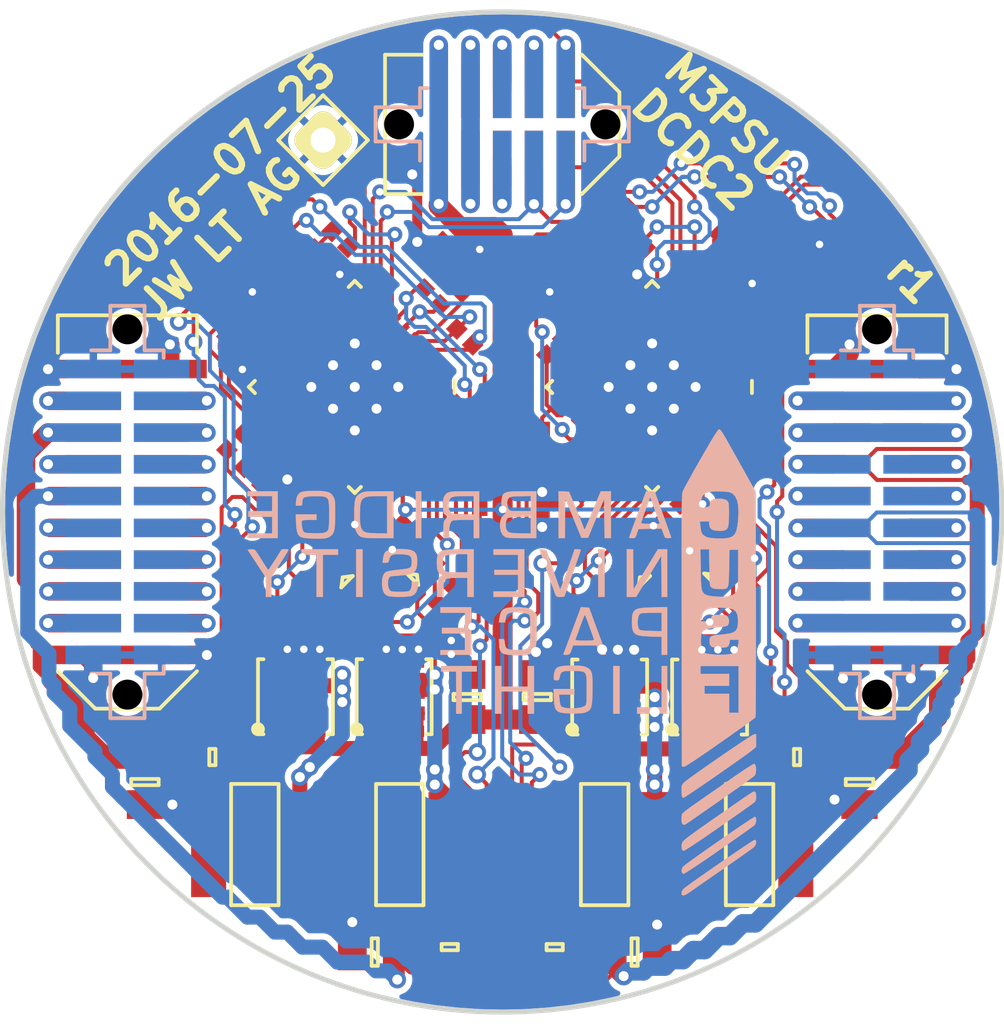
<source format=kicad_pcb>
(kicad_pcb (version 20221018) (generator pcbnew)
  (title_block (title "M3PSU - DC/DC Converter Board 2") (date "2016-06-28") (rev "1") (company "CU Spaceflight") (comment 1 "Drawn by: Levin Tan, Jamie Wood"))
  (layers (0 "F.Cu" signal) (31 "B.Cu" signal) (34 "B.Paste" user) (35 "F.Paste" user) (36 "B.SilkS" user "B.Silkscreen") (37 "F.SilkS" user "F.Silkscreen") (38 "B.Mask" user) (39 "F.Mask" user) (44 "Edge.Cuts" user))
  (net 0 "")
  (net 1 "GND")
  (net 2 "Net-(C2-Pad1)")
  (net 3 "Net-(C2-Pad2)")
  (net 4 "Net-(C3-Pad1)")
  (net 5 "Net-(C3-Pad2)")
  (net 6 "Net-(C13-Pad1)")
  (net 7 "Net-(C6-Pad1)")
  (net 8 "Net-(C6-Pad2)")
  (net 9 "VCC")
  (net 10 "Net-(C8-Pad1)")
  (net 11 "Net-(C8-Pad2)")
  (net 12 "Net-(C12-Pad1)")
  (net 13 "Net-(C10-Pad1)")
  (net 14 "Net-(C11-Pad1)")
  (net 15 "Net-(C11-Pad2)")
  (net 16 "Net-(C12-Pad2)")
  (net 17 "Net-(C14-Pad1)")
  (net 18 "Net-(C17-Pad1)")
  (net 19 "Net-(C17-Pad2)")
  (net 20 "Net-(C18-Pad1)")
  (net 21 "Net-(C18-Pad2)")
  (net 22 "Net-(C19-Pad1)")
  (net 23 "Net-(C21-Pad1)")
  (net 24 "Net-(C21-Pad2)")
  (net 25 "Net-(C23-Pad1)")
  (net 26 "Net-(C23-Pad2)")
  (net 27 "Net-(C24-Pad1)")
  (net 28 "Net-(C25-Pad1)")
  (net 29 "Net-(C26-Pad1)")
  (net 30 "Net-(C26-Pad2)")
  (net 31 "Net-(C27-Pad2)")
  (net 32 "Net-(C29-Pad1)")
  (net 33 "Net-(IC1-Pad8)")
  (net 34 "Net-(IC1-Pad12)")
  (net 35 "Net-(IC1-Pad14)")
  (net 36 "Net-(IC1-Pad16)")
  (net 37 "Net-(IC1-Pad30)")
  (net 38 "Net-(IC1-Pad32)")
  (net 39 "Net-(IC1-Pad36)")
  (net 40 "Net-(IC1-Pad38)")
  (net 41 "Net-(IC2-Pad8)")
  (net 42 "Net-(IC2-Pad12)")
  (net 43 "Net-(IC2-Pad14)")
  (net 44 "Net-(IC2-Pad16)")
  (net 45 "Net-(IC2-Pad30)")
  (net 46 "Net-(IC2-Pad32)")
  (net 47 "Net-(IC2-Pad36)")
  (net 48 "Net-(IC2-Pad38)")
  (net 49 "/JTMS")
  (net 50 "/3v3_RADIO")
  (net 51 "/JTCK")
  (net 52 "/3v3_FC")
  (net 53 "/3v3_PYRO")
  (net 54 "/JTDR")
  (net 55 "/3v3_DL")
  (net 56 "/RSVD1")
  (net 57 "/3v3_AUX1")
  (net 58 "/3v3_AUX2")
  (net 59 "/CAN-")
  (net 60 "/RSVD2")
  (net 61 "/CAN+")
  (net 62 "/JTDI")
  (net 63 "/VBATT")
  (net 64 "3v3")
  (net 65 "/BATT1")
  (net 66 "/BATT2")
  (net 67 "/PYRO_SO")
  (net 68 "/PYRO_SI")
  (net 69 "/5v_RADIO")
  (net 70 "/PYRO1")
  (net 71 "/PYRO2")
  (net 72 "/PYRO3")
  (net 73 "/5v_AUX2")
  (net 74 "/PYRO4")
  (net 75 "/5v_CAM")
  (net 76 "/PWR")
  (net 77 "/CHARGE")
  (net 78 "Net-(L1-Pad1)")
  (net 79 "Net-(L2-Pad2)")
  (net 80 "Net-(L3-Pad1)")
  (net 81 "Net-(L4-Pad2)")
  (net 82 "/5v_IMU")
  (net 83 "/5v_AUX1")
  (net 84 "/3v3_IMU")
  (net 85 "/5v_CAN")
  (net 86 "/SDA")
  (net 87 "/SCL")
  (net 88 "/~{ALERT}")
  (net 89 "Net-(IC1-Pad17)")
  (net 90 "Net-(IC1-Pad18)")
  (net 91 "Net-(IC1-Pad19)")
  (net 92 "Net-(IC1-Pad20)")
  (net 93 "Net-(IC1-Pad21)")
  (net 94 "Net-(IC1-Pad24)")
  (net 95 "Net-(IC2-Pad17)")
  (net 96 "Net-(IC2-Pad18)")
  (net 97 "Net-(IC2-Pad19)")
  (net 98 "Net-(IC2-Pad20)")
  (net 99 "Net-(IC2-Pad21)")
  (net 100 "Net-(IC2-Pad24)")
  (footprint "agg:0805" (layer "F.Cu") (at 114.3 110.8 -90)
    (fp_text reference "C1")
    (fp_text value "22µ")
  )
  (footprint "agg:0402" (layer "F.Cu") (at 109.6 103.3 -135)
    (fp_text reference "C2")
    (fp_text value "100n")
  )
  (footprint "agg:0402" (layer "F.Cu") (at 111.3 90.1 -45)
    (fp_text reference "C3")
    (fp_text value "4n7")
  )
  (footprint "agg:0402" (layer "F.Cu") (at 110.6 90.8 -45)
    (fp_text reference "C5")
    (fp_text value "220p")
  )
  (footprint "agg:0402" (layer "F.Cu") (at 108.8 91.1 135)
    (fp_text reference "C6")
    (fp_text value "47p")
  )
  (footprint "agg:0805" (layer "F.Cu") (at 101.4 107.4 90)
    (fp_text reference "C7")
    (fp_text value "22µ")
  )
  (footprint "agg:0402" (layer "F.Cu") (at 110.25 92.55 135)
    (fp_text reference "C8")
    (fp_text value "47p")
  )
  (footprint "agg:0402" (layer "F.Cu") (at 102.65 98.1 -135)
    (fp_text reference "C9")
    (fp_text value "220p")
  )
  (footprint "agg:0402" (layer "F.Cu") (at 101.6 97.15 -90)
    (fp_text reference "C10")
    (fp_text value "1µ")
  )
  (footprint "agg:0402" (layer "F.Cu") (at 104.3 103.3 135)
    (fp_text reference "C11")
    (fp_text value "100n")
  )
  (footprint "agg:0402" (layer "F.Cu") (at 103.5 98.95 -135)
    (fp_text reference "C12")
    (fp_text value "4n7")
  )
  (footprint "agg:0402" (layer "F.Cu") (at 106.8 100 -135)
    (fp_text reference "C13")
    (fp_text value "100n")
  )
  (footprint "agg:0402" (layer "F.Cu") (at 104.7 89.8 -45)
    (fp_text reference "C14")
    (fp_text value "1µ")
  )
  (footprint "agg:0805" (layer "F.Cu") (at 105.3 117.6)
    (fp_text reference "C15")
    (fp_text value "22µ")
  )
  (footprint "agg:0805" (layer "F.Cu") (at 94.9 117.6 180)
    (fp_text reference "C16")
    (fp_text value "22µ")
  )
  (footprint "agg:0402" (layer "F.Cu") (at 97.7 103.3 -135)
    (fp_text reference "C17")
    (fp_text value "100n")
  )
  (footprint "agg:0402" (layer "F.Cu") (at 98 90.2 -135)
    (fp_text reference "C18")
    (fp_text value "4n7")
  )
  (footprint "agg:0402" (layer "F.Cu") (at 98.7 90.9 -135)
    (fp_text reference "C20")
    (fp_text value "220p")
  )
  (footprint "agg:0402" (layer "F.Cu") (at 97.2 91.4 135)
    (fp_text reference "C21")
    (fp_text value "47p")
  )
  (footprint "agg:0805" (layer "F.Cu") (at 98.6 107.4 90)
    (fp_text reference "C22")
    (fp_text value "22µ")
  )
  (footprint "agg:0402" (layer "F.Cu") (at 98.5 93 135)
    (fp_text reference "C23")
    (fp_text value "47p")
  )
  (footprint "agg:0402" (layer "F.Cu") (at 89.3 97.2 -135)
    (fp_text reference "C24")
    (fp_text value "220p")
  )
  (footprint "agg:0402" (layer "F.Cu") (at 89.3 93.3 -45)
    (fp_text reference "C25")
    (fp_text value "1µ")
  )
  (footprint "agg:0402" (layer "F.Cu") (at 92.4 103.3 135)
    (fp_text reference "C26")
    (fp_text value "100n")
  )
  (footprint "agg:0402" (layer "F.Cu") (at 90 97.9 -135)
    (fp_text reference "C27")
    (fp_text value "4n7")
  )
  (footprint "agg:0402" (layer "F.Cu") (at 94.9 100 -135)
    (fp_text reference "C28")
    (fp_text value "100n")
  )
  (footprint "agg:0402" (layer "F.Cu") (at 92.8 89.8 -45)
    (fp_text reference "C29")
    (fp_text value "1µ")
  )
  (footprint "agg:0805" (layer "F.Cu") (at 85.7 110.8 -90)
    (fp_text reference "C30")
    (fp_text value "22µ")
  )
  (footprint "agg:0603-LED" (layer "F.Cu") (at 108.4 102.6 -135)
    (fp_text reference "D1")
    (fp_text value "SCHOTTKY")
  )
  (footprint "agg:0603-LED" (layer "F.Cu") (at 105.6 102.7 -45)
    (fp_text reference "D2")
    (fp_text value "SCHOTTKY")
  )
  (footprint "agg:0603-LED" (layer "F.Cu") (at 96.5 102.6 -135)
    (fp_text reference "D3")
    (fp_text value "SCHOTTKY")
  )
  (footprint "agg:0603-LED" (layer "F.Cu") (at 93.7 102.7 -45)
    (fp_text reference "D4")
    (fp_text value "SCHOTTKY")
  )
  (footprint "agg:QFN-40-EP-LTC-UJ" (layer "F.Cu") (at 106 95 -135)
    (fp_text reference "IC1")
    (fp_text value "LTC3887")
  )
  (footprint "agg:QFN-40-EP-LTC-UJ" (layer "F.Cu") (at 94.1 95 -135)
    (fp_text reference "IC2")
    (fp_text value "LTC3887")
  )
  (footprint "agg:TFML-110-02-L-D" (layer "F.Cu") (at 85 100 -90)
    (fp_text reference "J1")
    (fp_text value "WEST TOP")
  )
  (footprint "agg:TFML-110-02-L-D" (layer "F.Cu") (at 115 100 -90)
    (fp_text reference "J4")
    (fp_text value "EAST TOP")
  )
  (footprint "agg:TYS5040" (layer "F.Cu") (at 109.9 113.3 180)
    (fp_text reference "L1")
    (fp_text value "10µ")
  )
  (footprint "agg:TYS5040" (layer "F.Cu") (at 104.1 113.3 180)
    (fp_text reference "L2")
    (fp_text value "10µ")
  )
  (footprint "agg:TYS5040" (layer "F.Cu") (at 95.9 113.3)
    (fp_text reference "L3")
    (fp_text value "10µ")
  )
  (footprint "agg:TYS5040" (layer "F.Cu") (at 90.1 113.3 180)
    (fp_text reference "L4")
    (fp_text value "10µ")
  )
  (footprint "agg:PowerPair3x3" (layer "F.Cu") (at 108.3 107.4)
    (fp_text reference "Q1")
    (fp_text value "SiZ340DT")
  )
  (footprint "agg:PowerPair3x3" (layer "F.Cu") (at 104.3 107.4)
    (fp_text reference "Q2")
    (fp_text value "SiZ340DT")
  )
  (footprint "agg:PowerPair3x3" (layer "F.Cu") (at 95.675 107.386)
    (fp_text reference "Q3")
    (fp_text value "SiZ340DT")
  )
  (footprint "agg:PowerPair3x3" (layer "F.Cu") (at 91.725 107.386)
    (fp_text reference "Q4")
    (fp_text value "SiZ340DT")
  )
  (footprint "agg:0603" (layer "F.Cu") (at 111.8 109.8 180)
    (fp_text reference "R1")
    (fp_text value "50m")
  )
  (footprint "agg:0402" (layer "F.Cu") (at 103.3 91.2 -45)
    (fp_text reference "R2")
    (fp_text value "10k")
  )
  (footprint "agg:0402" (layer "F.Cu") (at 109.018198 88.581802 -135)
    (fp_text reference "R3")
    (fp_text value "100")
  )
  (footprint "agg:0402" (layer "F.Cu") (at 112 89.4 135)
    (fp_text reference "R4")
    (fp_text value "4k99")
  )
  (footprint "agg:0402" (layer "F.Cu") (at 109.718198 89.281802 -135)
    (fp_text reference "R6")
    (fp_text value "100")
  )
  (footprint "agg:0402" (layer "F.Cu") (at 102.1 93.4 -135)
    (fp_text reference "R8")
    (fp_text value "30k1")
  )
  (footprint "agg:0402" (layer "F.Cu") (at 114.1 90.7 45)
    (fp_text reference "R9")
    (fp_text value "100")
  )
  (footprint "agg:0402" (layer "F.Cu") (at 102.6 91.9 135)
    (fp_text reference "R10")
    (fp_text value "3k57")
  )
  (footprint "agg:0402" (layer "F.Cu") (at 113.4 90 45)
    (fp_text reference "R11")
    (fp_text value "100")
  )
  (footprint "agg:0402" (layer "F.Cu") (at 102.381802 99.881802 135)
    (fp_text reference "R12")
    (fp_text value "4k99")
  )
  (footprint "agg:0603" (layer "F.Cu") (at 102.1 117.4 -90)
    (fp_text reference "R13")
    (fp_text value "50m")
  )
  (footprint "agg:0603" (layer "F.Cu") (at 97.9 117.4 90)
    (fp_text reference "R14")
    (fp_text value "50m")
  )
  (footprint "agg:0402" (layer "F.Cu") (at 91.4 91.2 -45)
    (fp_text reference "R15")
    (fp_text value "10k")
  )
  (footprint "agg:0402" (layer "F.Cu") (at 98.7 97.5 90)
    (fp_text reference "R16")
    (fp_text value "100")
  )
  (footprint "agg:0402" (layer "F.Cu") (at 97.3 89.5 45)
    (fp_text reference "R17")
    (fp_text value "4k99")
  )
  (footprint "agg:0402" (layer "F.Cu") (at 99.1 99.4 90)
    (fp_text reference "R19")
    (fp_text value "100")
  )
  (footprint "agg:0402" (layer "F.Cu") (at 90 92.6 135)
    (fp_text reference "R21")
    (fp_text value "24k9")
  )
  (footprint "agg:0402" (layer "F.Cu") (at 90.3 88.6 -135)
    (fp_text reference "R22")
    (fp_text value "100")
  )
  (footprint "agg:0402" (layer "F.Cu") (at 90.7 91.9 135)
    (fp_text reference "R23")
    (fp_text value "4k32")
  )
  (footprint "agg:0402" (layer "F.Cu") (at 91 89.3 -135)
    (fp_text reference "R24")
    (fp_text value "100")
  )
  (footprint "agg:0402" (layer "F.Cu") (at 90.7 98.6 45)
    (fp_text reference "R25")
    (fp_text value "4k99")
  )
  (footprint "agg:0603" (layer "F.Cu") (at 88.4 109.8 180)
    (fp_text reference "R26")
    (fp_text value "50m")
  )
  (footprint "agg:0402" (layer "F.Cu") (at 93.5 89.1 -45)
    (fp_text reference "R7")
    (fp_text value "4k99")
  )
  (footprint "agg:0402" (layer "F.Cu") (at 105.4 89.1 -45)
    (fp_text reference "R5")
    (fp_text value "4k99")
  )
  (footprint "agg:TFML-105-02-L-D" (layer "F.Cu") (at 100 84.5)
    (fp_text reference "J3")
    (fp_text value "NORTH TOP")
  )
  (footprint "agg:0402" (layer "F.Cu") (at 95.7 100.8 -135)
    (fp_text reference "C31")
    (fp_text value "100n")
  )
  (footprint "agg:0402" (layer "F.Cu") (at 107.6 100.8 -135)
    (fp_text reference "C32")
    (fp_text value "100n")
  )
  (footprint "agg:0402" (layer "F.Cu") (at 104 90.5 135)
    (fp_text reference "R18")
    (fp_text value "10k")
  )
  (footprint "agg:0402" (layer "F.Cu") (at 92.1 90.5 135)
    (fp_text reference "R20")
    (fp_text value "10k")
  )
  (footprint "agg:0402" (layer "F.Cu") (at 94.3 101.4 135)
    (fp_text reference "C19")
    (fp_text value "4µ7")
  )
  (footprint "agg:0402" (layer "F.Cu") (at 106.2 101.4 135)
    (fp_text reference "C4")
    (fp_text value "4µ7")
  )
  (footprint "agg:SIL-254P-01" (layer "F.Cu") (at 92.83 85.13 45)
    (fp_text reference "REF**")
    (fp_text value "SIL-254P-01")
  )
  (footprint "agg:SFML-110-02-L-D-LC" (layer "B.Cu") (at 85 100 -90)
    (fp_text reference "J2")
    (fp_text value "WEST BOT")
  )
  (footprint "agg:SFML-110-02-L-D-LC" (layer "B.Cu") (at 115 100 -90)
    (fp_text reference "J5")
    (fp_text value "EAST BOT")
  )
  (footprint "agg:SFML-105-02-L-D-LC" (layer "B.Cu") (at 100 84.5)
    (fp_text reference "J6")
    (fp_text value "NORTH BOT")
  )
  (footprint "m3psu:cusf_logo_full" (layer "B.Cu") (at 100 106 180)
    (fp_text reference "G***" hide)
    (fp_text value "LOGO" hide)
  )
  (gr_circle (center 100 100) (end 120 100) (stroke (width 0.2)) (fill none) (layer "Edge.Cuts"))
  (gr_text "2016-07-25\nJW LT AG" (at 85 91.4 45) (layer "F.SilkS") (effects (font (size 1.2 1.2) (thickness 0.25)) (justify left)))
  (gr_text "r1" (at 116.38 90.68 315) (layer "F.SilkS") (effects (font (size 1.2 1.2) (thickness 0.25))))
  (gr_text "M3PSU\nDCDC2" (at 108.31 84.83 315) (layer "F.SilkS") (effects (font (size 1.2 1.2) (thickness 0.25))))
  (segment (start 95.35 105.5) (end 95.36 105.49) (width 0.4) (layer "F.Cu") (net 1))
  (segment (start 116.35 106.08) (end 116.715 105.715) (width 0.74) (layer "F.Cu") (net 1))
  (segment (start 108.625 106.014) (end 108.625 105.515) (width 0.4) (layer "F.Cu") (net 1))
  (segment (start 92.933274 97.934493) (end 94.1 96.767767) (width 0.16) (layer "F.Cu") (net 1))
  (segment (start 89.618198 93.618198) (end 89.618198 93.881802) (width 0.16) (layer "F.Cu") (net 1))
  (segment (start 83.28 94.29) (end 83.285 94.285) (width 0.4) (layer "F.Cu") (net 1))
  (segment (start 95.381802 101.118198) (end 95.418198 101.118198) (width 0.16) (layer "F.Cu") (net 1))
  (segment (start 106 96.767767) (end 106 95) (width 0.16) (layer "F.Cu") (net 1))
  (segment (start 107.281802 101.118198) (end 107.281802 101.331802) (width 0.16) (layer "F.Cu") (net 1))
  (segment (start 95.35 106) (end 95.35 105.5) (width 0.4) (layer "F.Cu") (net 1))
  (segment (start 86.715 93.315) (end 86.7 93.3) (width 0.74) (layer "F.Cu") (net 1))
  (segment (start 116.35 106.65) (end 116.35 106.08) (width 0.74) (layer "F.Cu") (net 1))
  (segment (start 96.574874 95) (end 94.1 95) (width 0.16) (layer "F.Cu") (net 1))
  (segment (start 83.63 106.06) (end 83.285 105.715) (width 0.74) (layer "F.Cu") (net 1))
  (segment (start 81.82 94.29) (end 83.28 94.29) (width 0.4) (layer "F.Cu") (net 1))
  (segment (start 102.331802 98.418198) (end 102.063604 98.686396) (width 0.6) (layer "F.Cu") (net 1))
  (segment (start 88.981802 97.518198) (end 88.981802 98.29603) (width 0.16) (layer "F.Cu") (net 1))
  (segment (start 104.232233 95) (end 106 95) (width 0.16) (layer "F.Cu") (net 1))
  (segment (start 101.4 106.5) (end 101.4 105.65) (width 0.6) (layer "F.Cu") (net 1))
  (segment (start 99.018198 89.581802) (end 99.1 89.5) (width 0.16) (layer "F.Cu") (net 1))
  (segment (start 113.64 106.07) (end 113.285 105.715) (width 0.6) (layer "F.Cu") (net 1))
  (segment (start 106.2 117.6) (end 106.2 116.5) (width 0.6) (layer "F.Cu") (net 1))
  (segment (start 99.018198 90.581802) (end 99.018198 89.581802) (width 0.16) (layer "F.Cu") (net 1))
  (segment (start 97.388047 94.186827) (end 96.574874 95) (width 0.16) (layer "F.Cu") (net 1))
  (segment (start 92.05 105.5) (end 92.06 105.49) (width 0.4) (layer "F.Cu") (net 1))
  (segment (start 91.018198 98.318198) (end 91.4 98.7) (width 0.16) (layer "F.Cu") (net 1))
  (segment (start 90.282386 99.596614) (end 90.503386 99.596614) (width 0.16) (layer "F.Cu") (net 1))
  (segment (start 109.275 106.014) (end 109.275 105.515) (width 0.4) (layer "F.Cu") (net 1))
  (segment (start 112.318198 89.681802) (end 112.7 89.3) (width 0.16) (layer "F.Cu") (net 1))
  (segment (start 105.881802 100.918198) (end 106.1 100.7) (width 0.16) (layer "F.Cu") (net 1))
  (segment (start 105.018198 90.118198) (end 105.4 90.5) (width 0.16) (layer "F.Cu") (net 1))
  (segment (start 104.625 106.014) (end 104.625 105.515) (width 0.4) (layer "F.Cu") (net 1))
  (segment (start 89.618198 94.281802) (end 89.6 94.3) (width 0.16) (layer "F.Cu") (net 1))
  (segment (start 107.975 106.014) (end 107.975 105.525) (width 0.4) (layer "F.Cu") (net 1))
  (segment (start 96.65 106) (end 96.65 105.49) (width 0.4) (layer "F.Cu") (net 1))
  (segment (start 101.4 105.65) (end 101.35 105.6) (width 0.6) (layer "F.Cu") (net 1))
  (segment (start 90.381802 91.581802) (end 90 91.2) (width 0.16) (layer "F.Cu") (net 1))
  (segment (start 91.4 106) (end 91.4 105.49) (width 0.4) (layer "F.Cu") (net 1))
  (segment (start 96.881802 90.018198) (end 96.85646 90.018198) (width 0.16) (layer "F.Cu") (net 1))
  (segment (start 94.1 96.767767) (end 94.1 95) (width 0.16) (layer "F.Cu") (net 1))
  (segment (start 108.474874 95) (end 106 95) (width 0.16) (layer "F.Cu") (net 1))
  (segment (start 112.318198 89.718198) (end 112.318198 89.681802) (width 0.16) (layer "F.Cu") (net 1))
  (segment (start 108.625 105.515) (end 108.63 105.51) (width 0.4) (layer "F.Cu") (net 1))
  (segment (start 104.625 105.515) (end 104.63 105.51) (width 0.4) (layer "F.Cu") (net 1))
  (segment (start 107.52028 97.58094) (end 106.678823 96.739483) (width 0.16) (layer "F.Cu") (net 1))
  (segment (start 101.6 97.686396) (end 102.331802 98.418198) (width 0.16) (layer "F.Cu") (net 1))
  (segment (start 102.063604 98.686396) (end 102.063604 98.736396) (width 0.6) (layer "F.Cu") (net 1))
  (segment (start 97.281981 95) (end 94.1 95) (width 0.16) (layer "F.Cu") (net 1))
  (segment (start 94.363604 100.7) (end 93.981802 101.081802) (width 0.16) (layer "F.Cu") (net 1))
  (segment (start 97.96 105.69) (end 97.96 105.14) (width 0.4) (layer "F.Cu") (net 1))
  (segment (start 102.063604 98.736396) (end 101.6 99.2) (width 0.6) (layer "F.Cu") (net 1))
  (segment (start 97.7416 95.459619) (end 97.281981 95) (width 0.16) (layer "F.Cu") (net 1))
  (segment (start 91.050001 99.049999) (end 91.4 98.7) (width 0.16) (layer "F.Cu") (net 1))
  (segment (start 113.64 106.66) (end 113.64 106.07) (width 0.6) (layer "F.Cu") (net 1))
  (segment (start 102.063604 98.686396) (end 102.063604 99.563604) (width 0.6) (layer "F.Cu") (net 1))
  (segment (start 105.881802 101.081802) (end 105.881802 100.918198) (width 0.16) (layer "F.Cu") (net 1))
  (segment (start 95.381802 101.281802) (end 95.6 101.5) (width 0.16) (layer "F.Cu") (net 1))
  (segment (start 103.975 106.014) (end 103.975 105.525) (width 0.4) (layer "F.Cu") (net 1))
  (segment (start 109.181981 95) (end 106 95) (width 0.16) (layer "F.Cu") (net 1))
  (segment (start 110.281802 90.481802) (end 110.281802 90.584012) (width 0.16) (layer "F.Cu") (net 1))
  (segment (start 116.72 94.29) (end 116.715 94.285) (width 0.74) (layer "F.Cu") (net 1))
  (segment (start 96 106) (end 96 105.5) (width 0.4) (layer "F.Cu") (net 1))
  (segment (start 118.18 94.29) (end 116.72 94.29) (width 0.74) (layer "F.Cu") (net 1))
  (segment (start 96.981802 89.581802) (end 96.6 89.2) (width 0.4) (layer "F.Cu") (net 1))
  (segment (start 92.05 106) (end 92.05 105.5) (width 0.4) (layer "F.Cu") (net 1))
  (segment (start 101.8 106.1) (end 101.4 106.5) (width 0.6) (layer "F.Cu") (net 1))
  (segment (start 102.281802 91.581802) (end 101.9 91.2) (width 0.16) (layer "F.Cu") (net 1))
  (segment (start 103.065507 96.166726) (end 104.232233 95) (width 0.16) (layer "F.Cu") (net 1))
  (segment (start 106.1 100.7) (end 106.481802 100.318198) (width 0.16) (layer "F.Cu") (net 1))
  (segment (start 94.1 96.06066) (end 94.1 95) (width 0.16) (layer "F.Cu") (net 1))
  (segment (start 101.8 105.25) (end 101.8 106.1) (width 0.6) (layer "F.Cu") (net 1))
  (segment (start 113.285 94.285) (end 116.715 94.285) (width 0.74) (layer "F.Cu") (net 1))
  (segment (start 96.981802 89.818198) (end 96.881802 89.818198) (width 0.16) (layer "F.Cu") (net 1))
  (segment (start 93.118198 90.118198) (end 93.5 90.5) (width 0.16) (layer "F.Cu") (net 1))
  (segment (start 83.285 94.285) (end 86.715 94.285) (width 0.74) (layer "F.Cu") (net 1))
  (segment (start 101.6 99.2) (end 101.6 100.6) (width 0.6) (layer "F.Cu") (net 1))
  (segment (start 105.275 106.014) (end 105.275 105.515) (width 0.4) (layer "F.Cu") (net 1))
  (segment (start 98.6 106.5) (end 98.6 106.33) (width 0.4) (layer "F.Cu") (net 1))
  (segment (start 92.7 106) (end 92.7 105.49) (width 0.4) (layer "F.Cu") (net 1))
  (segment (start 106.1 100.6) (end 106.05 100.55) (width 0.16) (layer "F.Cu") (net 1))
  (segment (start 95.62028 97.58094) (end 94.1 96.06066) (width 0.16) (layer "F.Cu") (net 1))
  (segment (start 89.618198 93.618198) (end 89.618198 94.281802) (width 0.16) (layer "F.Cu") (net 1))
  (segment (start 107.975 105.525) (end 107.99 105.51) (width 0.4) (layer "F.Cu") (net 1))
  (segment (start 83.285 105.715) (end 86.715 105.715) (width 0.74) (layer "F.Cu") (net 1))
  (segment (start 109.288047 94.186827) (end 108.474874 95) (width 0.16) (layer "F.Cu") (net 1))
  (segment (start 109.275 105.515) (end 109.28 105.51) (width 0.4) (layer "F.Cu") (net 1))
  (segment (start 107.281802 101.331802) (end 107.5 101.55) (width 0.16) (layer "F.Cu") (net 1))
  (segment (start 94.363604 100.7) (end 94.3 100.7) (width 0.16) (layer "F.Cu") (net 1))
  (segment (start 88.175 105.715) (end 88.18 105.72) (width 0.4) (layer "F.Cu") (net 1))
  (segment (start 101.4 105.65) (end 101.8 105.25) (width 0.6) (layer "F.Cu") (net 1))
  (segment (start 105.275 105.515) (end 105.28 105.51) (width 0.4) (layer "F.Cu") (net 1))
  (segment (start 106.1 100.7) (end 106.1 100.6) (width 0.16) (layer "F.Cu") (net 1))
  (segment (start 94 117.6) (end 94 116.4) (width 0.6) (layer "F.Cu") (net 1))
  (segment (start 114.3 111.7) (end 113.5 111.7) (width 0.6) (layer "F.Cu") (net 1))
  (segment (start 88.981802 98.29603) (end 90.282386 99.596614) (width 0.16) (layer "F.Cu") (net 1))
  (segment (start 86.715 94.285) (end 86.715 93.315) (width 0.74) (layer "F.Cu") (net 1))
  (segment (start 90.503386 99.596614) (end 91.050001 99.049999) (width 0.16) (layer "F.Cu") (net 1))
  (segment (start 93.118198 90.118198) (end 93.118198 90.081802) (width 0.16) (layer "F.Cu") (net 1))
  (segment (start 113.9 93.67) (end 113.285 94.285) (width 0.74) (layer "F.Cu") (net 1))
  (segment (start 91.018198 98.281802) (end 91.018198 98.318198) (width 0.16) (layer "F.Cu") (net 1))
  (segment (start 103.975 105.525) (end 104 105.5) (width 0.4) (layer "F.Cu") (net 1))
  (segment (start 83.63 106.64) (end 83.63 106.06) (width 0.74) (layer "F.Cu") (net 1))
  (segment (start 113.285 105.715) (end 116.715 105.715) (width 0.74) (layer "F.Cu") (net 1))
  (segment (start 104.833274 97.934493) (end 106 96.767767) (width 0.16) (layer "F.Cu") (net 1))
  (segment (start 106.678823 96.739483) (end 106 96.739483) (width 0.16) (layer "F.Cu") (net 1))
  (segment (start 95.381802 101.118198) (end 95.381802 101.281802) (width 0.16) (layer "F.Cu") (net 1))
  (segment (start 109.6416 95.459619) (end 109.181981 95) (width 0.16) (layer "F.Cu") (net 1))
  (segment (start 96.6 89.2) (end 96.6 86.7) (width 0.4) (layer "F.Cu") (net 1))
  (segment (start 110.281802 90.584012) (end 110.0035 90.862314) (width 0.16) (layer "F.Cu") (net 1))
  (segment (start 85.7 111.7) (end 86.8 111.7) (width 0.6) (layer "F.Cu") (net 1))
  (segment (start 92.332233 95) (end 94.1 95) (width 0.16) (layer "F.Cu") (net 1))
  (segment (start 91.165507 96.166726) (end 92.332233 95) (width 0.16) (layer "F.Cu") (net 1))
  (segment (start 96.6 86.7) (end 96.4 86.5) (width 0.4) (layer "F.Cu") (net 1))
  (segment (start 101.6 97.6) (end 101.6 97.686396) (width 0.16) (layer "F.Cu") (net 1))
  (segment (start 98.6 106.33) (end 97.96 105.69) (width 0.4) (layer "F.Cu") (net 1))
  (segment (start 113.5 111.7) (end 113.3 111.5) (width 0.6) (layer "F.Cu") (net 1))
  (segment (start 94.3 100.7) (end 94.1 100.5) (width 0.16) (layer "F.Cu") (net 1))
  (segment (start 94.581802 100.481802) (end 94.363604 100.7) (width 0.16) (layer "F.Cu") (net 1))
  (segment (start 86.715 105.715) (end 88.175 105.715) (width 0.4) (layer "F.Cu") (net 1))
  (segment (start 96.981802 89.818198) (end 96.981802 89.581802) (width 0.4) (layer "F.Cu") (net 1))
  (segment (start 113.9 93.3) (end 113.9 93.67) (width 0.74) (layer "F.Cu") (net 1))
  (segment (start 93.981802 101.081802) (end 93.981802 101.118198) (width 0.16) (layer "F.Cu") (net 1))
  (via (at 95.6 101.5) (size 0.6) (drill 0.3) (layers "F.Cu" "B.Cu") (net 1))
  (via (at 96.4 86.5) (size 0.7) (drill 0.4) (layers "F.Cu" "B.Cu") (net 1))
  (via (at 101.6 100.6) (size 0.7) (drill 0.4) (layers "F.Cu" "B.Cu") (net 1))
  (via (at 107.5 101.55) (size 0.6) (drill 0.3) (layers "F.Cu" "B.Cu") (net 1))
  (via (at 96.6 89.2) (size 0.7) (drill 0.4) (layers "F.Cu" "B.Cu") (net 1))
  (via (at 86.7 93.3) (size 0.7) (drill 0.4) (layers "F.Cu" "B.Cu") (net 1))
  (via (at 104 105.5) (size 0.7) (drill 0.4) (layers "F.Cu" "B.Cu") (net 1))
  (via (at 113.64 106.66) (size 0.7) (drill 0.4) (layers "F.Cu" "B.Cu") (net 1))
  (via (at 88.18 105.72) (size 0.7) (drill 0.4) (layers "F.Cu" "B.Cu") (net 1))
  (via (at 113.9 93.3) (size 0.7) (drill 0.4) (layers "F.Cu" "B.Cu") (net 1))
  (via (at 95.36 105.49) (size 0.6) (drill 0.3) (layers "F.Cu" "B.Cu") (net 1))
  (via (at 91.4 98.7) (size 0.7) (drill 0.4) (layers "F.Cu" "B.Cu") (net 1))
  (via (at 116.35 106.65) (size 0.7) (drill 0.4) (layers "F.Cu" "B.Cu") (net 1))
  (via (at 101.8 105.25) (size 0.7) (drill 0.4) (layers "F.Cu" "B.Cu") (net 1))
  (via (at 94.1 100.5) (size 0.6) (drill 0.3) (layers "F.Cu" "B.Cu") (net 1))
  (via (at 109.28 105.51) (size 0.6) (drill 0.3) (layers "F.Cu" "B.Cu") (net 1))
  (via (at 81.82 94.29) (size 0.7) (drill 0.4) (layers "F.Cu" "B.Cu") (net 1))
  (via (at 110.0035 90.862314) (size 0.6) (drill 0.3) (layers "F.Cu" "B.Cu") (net 1))
  (via (at 101.35 105.6) (size 0.7) (drill 0.4) (layers "F.Cu" "B.Cu") (net 1))
  (via (at 94 116.4) (size 0.7) (drill 0.4) (layers "F.Cu" "B.Cu") (net 1))
  (via (at 108.63 105.51) (size 0.6) (drill 0.3) (layers "F.Cu" "B.Cu") (net 1))
  (via (at 101.9 91.2) (size 0.6) (drill 0.3) (layers "F.Cu" "B.Cu") (net 1))
  (via (at 96 105.5) (size 0.6) (drill 0.3) (layers "F.Cu" "B.Cu") (net 1))
  (via (at 99.1 89.5) (size 0.6) (drill 0.3) (layers "F.Cu" "B.Cu") (net 1))
  (via (at 91.4 105.49) (size 0.6) (drill 0.3) (layers "F.Cu" "B.Cu") (net 1))
  (via (at 112.7 89.3) (size 0.6) (drill 0.3) (layers "F.Cu" "B.Cu") (net 1))
  (via (at 96.65 105.49) (size 0.6) (drill 0.3) (layers "F.Cu" "B.Cu") (net 1))
  (via (at 90 91.2) (size 0.6) (drill 0.3) (layers "F.Cu" "B.Cu") (net 1))
  (via (at 105.28 105.51) (size 0.7) (drill 0.4) (layers "F.Cu" "B.Cu") (net 1))
  (via (at 97.96 105.69) (size 0.6) (drill 0.3) (layers "F.Cu" "B.Cu") (net 1))
  (via (at 83.63 106.64) (size 0.7) (drill 0.4) (layers "F.Cu" "B.Cu") (net 1))
  (via (at 92.06 105.49) (size 0.6) (drill 0.3) (layers "F.Cu" "B.Cu") (net 1))
  (via (at 107.99 105.51) (size 0.6) (drill 0.3) (layers "F.Cu" "B.Cu") (net 1))
  (via (at 86.8 111.7) (size 0.7) (drill 0.4) (layers "F.Cu" "B.Cu") (net 1))
  (via (at 106.05 100.55) (size 0.6) (drill 0.3) (layers "F.Cu" "B.Cu") (net 1))
  (via (at 118.18 94.29) (size 0.7) (drill 0.4) (layers "F.Cu" "B.Cu") (net 1))
  (via (at 105.4 90.5) (size 0.7) (drill 0.4) (layers "F.Cu" "B.Cu") (net 1))
  (via (at 93.5 90.5) (size 0.6) (drill 0.3) (layers "F.Cu" "B.Cu") (net 1))
  (via (at 101.6 99.2) (size 0.7) (drill 0.4) (layers "F.Cu" "B.Cu") (net 1))
  (via (at 104.63 105.51) (size 0.7) (drill 0.4) (layers "F.Cu" "B.Cu") (net 1))
  (via (at 97.96 105.14) (size 0.6) (drill 0.3) (layers "F.Cu" "B.Cu") (net 1))
  (via (at 92.7 105.49) (size 0.6) (drill 0.3) (layers "F.Cu" "B.Cu") (net 1))
  (via (at 89.6 94.3) (size 0.6) (drill 0.3) (layers "F.Cu" "B.Cu") (net 1))
  (via (at 106.2 116.5) (size 0.7) (drill 0.4) (layers "F.Cu" "B.Cu") (net 1))
  (via (at 113.3 111.5) (size 0.7) (drill 0.4) (layers "F.Cu" "B.Cu") (net 1))
  (segment (start 83.635 105.715) (end 83.635 106.635) (width 0.74) (layer "B.Cu") (net 1))
  (segment (start 81.825 94.285) (end 81.82 94.29) (width 0.4) (layer "B.Cu") (net 1))
  (segment (start 118.175 94.285) (end 118.18 94.29) (width 0.74) (layer "B.Cu") (net 1))
  (segment (start 113.635 106.655) (end 113.64 106.66) (width 0.74) (layer "B.Cu") (net 1))
  (segment (start 83.635 94.285) (end 81.825 94.285) (width 0.7) (layer "B.Cu") (net 1))
  (segment (start 88.18 105.72) (end 86.37 105.72) (width 0.7) (layer "B.Cu") (net 1))
  (segment (start 116.365 105.715) (end 116.365 106.635) (width 0.74) (layer "B.Cu") (net 1))
  (segment (start 113.635 105.715) (end 113.635 106.655) (width 0.74) (layer "B.Cu") (net 1))
  (segment (start 83.63 105.72) (end 83.635 105.715) (width 0.4) (layer "B.Cu") (net 1))
  (segment (start 116.365 106.635) (end 116.35 106.65) (width 0.74) (layer "B.Cu") (net 1))
  (segment (start 86.37 105.72) (end 86.365 105.715) (width 0.4) (layer "B.Cu") (net 1))
  (segment (start 116.365 94.285) (end 118.175 94.285) (width 0.74) (layer "B.Cu") (net 1))
  (segment (start 83.635 106.635) (end 83.63 106.64) (width 0.74) (layer "B.Cu") (net 1))
  (segment (start 116.37 105.72) (end 116.365 105.715) (width 0.74) (layer "B.Cu") (net 1))
  (segment (start 110 106.651) (end 110 103.063604) (width 0.16) (layer "F.Cu") (net 2))
  (segment (start 109.288047 95.813173) (end 109.606244 96.13137) (width 0.16) (layer "F.Cu") (net 2))
  (segment (start 110.640001 101.590799) (end 110.640001 102.259999) (width 0.16) (layer "F.Cu") (net 2))
  (segment (start 110.640001 102.259999) (end 110.208111 102.691889) (width 0.16) (layer "F.Cu") (net 2))
  (segment (start 109.529002 106.966) (end 110.064999 107.501997) (width 0.6) (layer "F.Cu") (net 2))
  (segment (start 108.3 106.966) (end 109.529002 106.966) (width 0.6) (layer "F.Cu") (net 2))
  (segment (start 109.606244 99.943756) (end 109.605705 99.944295) (width 0.16) (layer "F.Cu") (net 2))
  (segment (start 110 103.063604) (end 109.918198 102.981802) (width 0.16) (layer "F.Cu") (net 2))
  (segment (start 110.208111 102.691889) (end 109.918198 102.981802) (width 0.16) (layer "F.Cu") (net 2))
  (segment (start 109.606244 96.13137) (end 109.606244 99.943756) (width 0.16) (layer "F.Cu") (net 2))
  (segment (start 109.605705 100.556503) (end 110.640001 101.590799) (width 0.16) (layer "F.Cu") (net 2))
  (segment (start 110.064999 109.885001) (end 108.05 111.9) (width 0.6) (layer "F.Cu") (net 2))
  (segment (start 108.3 106.966) (end 109.685 106.966) (width 0.16) (layer "F.Cu") (net 2))
  (segment (start 109.685 106.966) (end 110 106.651) (width 0.16) (layer "F.Cu") (net 2))
  (segment (start 110.064999 107.501997) (end 110.064999 109.885001) (width 0.6) (layer "F.Cu") (net 2))
  (segment (start 108.05 111.9) (end 108.05 113.3) (width 0.6) (layer "F.Cu") (net 2))
  (segment (start 109.605705 99.944295) (end 109.605705 100.556503) (width 0.16) (layer "F.Cu") (net 2))
  (segment (start 108.58094 96.52028) (end 108.965685 96.905025) (width 0.16) (layer "F.Cu") (net 3))
  (segment (start 108.965685 102.034315) (end 109.239782 102.308412) (width 0.16) (layer "F.Cu") (net 3))
  (segment (start 109.239782 103.576178) (end 109.281802 103.618198) (width 0.16) (layer "F.Cu") (net 3))
  (segment (start 108.965685 96.905025) (end 108.965685 102.034315) (width 0.16) (layer "F.Cu") (net 3))
  (segment (start 109.239782 102.308412) (end 109.239782 103.576178) (width 0.16) (layer "F.Cu") (net 3))
  (segment (start 111.681802 89.081802) (end 110.981802 89.781802) (width 0.16) (layer "F.Cu") (net 4))
  (segment (start 108.227386 93.126167) (end 109.953553 91.4) (width 0.16) (layer "F.Cu") (net 5))
  (segment (start 109.953553 91.4) (end 109.961664 91.408111) (width 0.16) (layer "F.Cu") (net 5))
  (segment (start 109.961664 91.408111) (end 110.628285 91.408111) (width 0.16) (layer "F.Cu") (net 5))
  (segment (start 110.918198 91.118198) (end 111.618198 90.418198) (width 0.16) (layer "F.Cu") (net 5))
  (segment (start 110.628285 91.408111) (end 110.918198 91.118198) (width 0.16) (layer "F.Cu") (net 5))
  (segment (start 106.518198 101.718198) (end 107.1 102.3) (width 0.4) (layer "F.Cu") (net 6))
  (segment (start 106.581218 101.018782) (end 106.560218 101.039782) (width 0.16) (layer "F.Cu") (net 6))
  (segment (start 107.834315 103.034315) (end 107.834315 103.165685) (width 0.16) (layer "F.Cu") (net 6))
  (segment (start 107.408111 99.971715) (end 107.408111 100.214057) (width 0.16) (layer "F.Cu") (net 6))
  (segment (start 106.560218 101.039782) (end 106.560218 101.676178) (width 0.16) (layer "F.Cu") (net 6))
  (segment (start 107.1 102.33137) (end 106.165685 103.265685) (width 0.4) (layer "F.Cu") (net 6))
  (segment (start 107.408111 100.214057) (end 106.603386 101.018782) (width 0.16) (layer "F.Cu") (net 6))
  (segment (start 106.560218 101.676178) (end 106.518198 101.718198) (width 0.16) (layer "F.Cu") (net 6))
  (segment (start 107.118198 99.681802) (end 107.408111 99.971715) (width 0.16) (layer "F.Cu") (net 6))
  (segment (start 107.408111 99.391889) (end 107.118198 99.681802) (width 0.16) (layer "F.Cu") (net 6))
  (segment (start 107.7 99.1) (end 107.408111 99.391889) (width 0.16) (layer "F.Cu") (net 6))
  (segment (start 107.1 102.3) (end 107.1 102.33137) (width 0.16) (layer "F.Cu") (net 6))
  (segment (start 106.603386 101.018782) (end 106.581218 101.018782) (width 0.16) (layer "F.Cu") (net 6))
  (segment (start 107.1 102.3) (end 107.834315 103.034315) (width 0.4) (layer "F.Cu") (net 6))
  (segment (start 107.7 98.467767) (end 107.7 99.1) (width 0.16) (layer "F.Cu") (net 6))
  (segment (start 107.166726 97.934493) (end 107.7 98.467767) (width 0.16) (layer "F.Cu") (net 6))
  (segment (start 109.408111 89.608111) (end 109.4 89.6) (width 0.16) (layer "F.Cu") (net 7))
  (segment (start 109.118198 91.418198) (end 109.408111 91.128285) (width 0.16) (layer "F.Cu") (net 7))
  (segment (start 109.408111 91.128285) (end 109.408111 89.608111) (width 0.16) (layer "F.Cu") (net 7))
  (segment (start 107.873833 92.772614) (end 109.118198 91.528249) (width 0.16) (layer "F.Cu") (net 7))
  (segment (start 109.118198 91.528249) (end 109.118198 91.418198) (width 0.16) (layer "F.Cu") (net 7))
  (segment (start 107.52028 92.41906) (end 108.4 91.53934) (width 0.16) (layer "F.Cu") (net 8))
  (segment (start 108.481802 89.118198) (end 108.7 88.9) (width 0.16) (layer "F.Cu") (net 8))
  (segment (start 108.4 90.863604) (end 108.481802 90.781802) (width 0.16) (layer "F.Cu") (net 8))
  (segment (start 108.4 91.53934) (end 108.4 90.863604) (width 0.16) (layer "F.Cu") (net 8))
  (segment (start 108.481802 90.781802) (end 108.481802 89.118198) (width 0.16) (layer "F.Cu") (net 8))
  (segment (start 95.4 109.457001) (end 92.755803 109.457001) (width 0.6) (layer "F.Cu") (net 9))
  (segment (start 102.725 109.475) (end 103.9 109.475) (width 0.6) (layer "F.Cu") (net 9))
  (segment (start 92.7 108.772) (end 92.7 109.3788) (width 0.4) (layer "F.Cu") (net 9))
  (segment (start 96 108.772) (end 96 109.457001) (width 0.4) (layer "F.Cu") (net 9))
  (segment (start 97.242999 109.457001) (end 98.4 108.3) (width 0.6) (layer "F.Cu") (net 9))
  (segment (start 104.561 109.475) (end 104.5 109.475) (width 0.4) (layer "F.Cu") (net 9))
  (segment (start 108.02001 99.68) (end 108.02001 100.37999) (width 0.16) (layer "F.Cu") (net 9))
  (segment (start 92 109.389999) (end 91.510001 109.389999) (width 0.6) (layer "F.Cu") (net 9))
  (segment (start 100.016614 100.6) (end 100.016614 101.15) (width 0.8) (layer "F.Cu") (net 9))
  (segment (start 104.625 109.411) (end 104.561 109.475) (width 0.4) (layer "F.Cu") (net 9))
  (segment (start 92.755803 109.457001) (end 92.688801 109.389999) (width 0.6) (layer "F.Cu") (net 9))
  (segment (start 96.6 109.457001) (end 97.242999 109.457001) (width 0.6) (layer "F.Cu") (net 9))
  (segment (start 108.6 109.475) (end 109.025 109.475) (width 0.6) (layer "F.Cu") (net 9))
  (segment (start 105.275 109.411) (end 105.3 109.436) (width 0.4) (layer "F.Cu") (net 9))
  (segment (start 96 109.457001) (end 96.6 109.457001) (width 0.6) (layer "F.Cu") (net 9))
  (segment (start 101.4 108.3) (end 100.016614 108.3) (width 0.8) (layer "F.Cu") (net 9))
  (segment (start 103.975 109.411) (end 103.911 109.475) (width 0.4) (layer "F.Cu") (net 9))
  (segment (start 108.19203 98.20797) (end 108.02001 98.37999) (width 0.16) (layer "F.Cu") (net 9))
  (segment (start 98.313208 88.61001) (end 99.614778 88.61001) (width 0.8) (layer "F.Cu") (net 9))
  (segment (start 108.625 108.396) (end 108.3 108.071) (width 0.4) (layer "F.Cu") (net 9))
  (segment (start 108.02001 100.37999) (end 107.918198 100.481802) (width 0.16) (layer "F.Cu") (net 9))
  (segment (start 105.3 109.436) (end 105.3 109.475) (width 0.4) (layer "F.Cu") (net 9))
  (segment (start 99.614778 88.61001) (end 99.71001 88.61001) (width 0.8) (layer "F.Cu") (net 9))
  (segment (start 103.975 108.786) (end 103.975 108.396) (width 0.4) (layer "F.Cu") (net 9))
  (segment (start 95.382 108.35) (end 95.675 108.057) (width 0.4) (layer "F.Cu") (net 9))
  (segment (start 105.275 108.786) (end 105.275 108.425) (width 0.4) (layer "F.Cu") (net 9))
  (segment (start 96.018198 100.481802) (end 96.018198 98.9) (width 0.16) (layer "F.Cu") (net 9))
  (segment (start 96.018198 98.9) (end 96.018198 98.017424) (width 0.16) (layer "F.Cu") (net 9))
  (segment (start 97.46 81.32) (end 97.46 82.785) (width 0.74) (layer "F.Cu") (net 9))
  (segment (start 107.975 108.786) (end 107.975 109.3) (width 0.4) (layer "F.Cu") (net 9))
  (segment (start 104.625 108.786) (end 104.625 109.411) (width 0.4) (layer "F.Cu") (net 9))
  (segment (start 108.19203 97.545583) (end 108.19203 98.20797) (width 0.16) (layer "F.Cu") (net 9))
  (segment (start 92.05 108.097) (end 92.09 108.057) (width 0.4) (layer "F.Cu") (net 9))
  (segment (start 95.35 109.407001) (end 95.4 109.457001) (width 0.4) (layer "F.Cu") (net 9))
  (segment (start 107.8 109.475) (end 108.6 109.475) (width 0.6) (layer "F.Cu") (net 9))
  (segment (start 105.275 108.425) (end 104.921 108.071) (width 0.4) (layer "F.Cu") (net 9))
  (segment (start 100 88.9) (end 100.016614 88.916614) (width 0.8) (layer "F.Cu") (net 9))
  (segment (start 96 108.067) (end 96.01 108.057) (width 0.4) (layer "F.Cu") (net 9))
  (segment (start 95.35 108.35) (end 95.382 108.35) (width 0.4) (layer "F.Cu") (net 9))
  (segment (start 100.016614 107.8) (end 100.016614 108.3) (width 0.8) (layer "F.Cu") (net 9))
  (segment (start 108.921 108.071) (end 108.3 108.071) (width 0.4) (layer "F.Cu") (net 9))
  (segment (start 100.016614 98.483386) (end 100.016614 99.9) (width 0.8) (layer "F.Cu") (net 9))
  (segment (start 96.018198 98.9) (end 96.018198 99.798198) (width 0.16) (layer "F.Cu") (net 9))
  (segment (start 92.05 108.772) (end 92.05 109.339999) (width 0.4) (layer "F.Cu") (net 9))
  (segment (start 104.625 108.396) (end 104.3 108.071) (width 0.4) (layer "F.Cu") (net 9))
  (segment (start 98.4 108.3) (end 98.6 108.3) (width 0.6) (layer "F.Cu") (net 9))
  (segment (start 96.018198 100.021802) (end 96.13 99.91) (width 0.16) (layer "F.Cu") (net 9))
  (segment (start 100.016614 96.4) (end 100.016614 98.483386) (width 0.8) (layer "F.Cu") (net 9))
  (segment (start 107.975 108.396) (end 108.3 108.071) (width 0.4) (layer "F.Cu") (net 9))
  (segment (start 100.016614 99.9) (end 100.016614 100.6) (width 0.8) (layer "F.Cu") (net 9))
  (segment (start 107.975 108.786) (end 107.975 108.396) (width 0.4) (layer "F.Cu") (net 9))
  (segment (start 92.7 108.147) (end 92.73 108.117) (width 0.4) (layer "F.Cu") (net 9))
  (segment (start 100.016614 101.15) (end 100.016614 107.8) (width 0.8) (layer "F.Cu") (net 9))
  (segment (start 99.916614 108.3) (end 100.016614 108.2) (width 0.8) (layer "F.Cu") (net 9))
  (segment (start 91.510001 109.389999) (end 91.435001 109.314999) (width 0.6) (layer "F.Cu") (net 9))
  (segment (start 96.018198 98.017424) (end 96.29203 97.743592) (width 0.16) (layer "F.Cu") (net 9))
  (segment (start 97.46 87.756802) (end 98.313208 88.61001) (width 0.8) (layer "F.Cu") (net 9))
  (segment (start 97.46 87.68) (end 97.46 87.756802) (width 0.8) (layer "F.Cu") (net 9))
  (segment (start 92.05 108.772) (end 92.05 108.097) (width 0.4) (layer "F.Cu") (net 9))
  (segment (start 95.4 109.457001) (end 96 109.457001) (width 0.6) (layer "F.Cu") (net 9))
  (segment (start 109.275 108.425) (end 108.921 108.071) (width 0.4) (layer "F.Cu") (net 9))
  (segment (start 105.3 109.475) (end 107.8 109.475) (width 0.6) (layer "F.Cu") (net 9))
  (segment (start 100.016614 93.5) (end 100.016614 96.4) (width 0.8) (layer "F.Cu") (net 9))
  (segment (start 103.975 108.786) (end 103.975 109.411) (width 0.4) (layer "F.Cu") (net 9))
  (segment (start 96.65 109.407001) (end 96.6 109.457001) (width 0.4) (layer "F.Cu") (net 9))
  (segment (start 101.55 108.3) (end 102.725 109.475) (width 0.6) (layer "F.Cu") (net 9))
  (segment (start 91.435001 109.314999) (end 91.435001 108.772) (width 0.6) (layer "F.Cu") (net 9))
  (segment (start 103.911 109.475) (end 103.9 109.475) (width 0.4) (layer "F.Cu") (net 9))
  (segment (start 98.357 108.057) (end 98.6 108.3) (width 0.6) (layer "F.Cu") (net 9))
  (segment (start 97.46 87.68) (end 97.46 86.215) (width 0.74) (layer "F.Cu") (net 9))
  (segment (start 104.921 108.071) (end 104.3 108.071) (width 0.4) (layer "F.Cu") (net 9))
  (segment (start 98.6 108.3) (end 99.916614 108.3) (width 0.8) (layer "F.Cu") (net 9))
  (segment (start 108.625 108.786) (end 108.625 108.396) (width 0.4) (layer "F.Cu") (net 9))
  (segment (start 100.12 100.496614) (end 100.016614 100.6) (width 0.16) (layer "F.Cu") (net 9))
  (segment (start 91.4 108.382) (end 91.725 108.057) (width 0.4) (layer "F.Cu") (net 9))
  (segment (start 96.29203 97.743592) (end 96.29203 97.545583) (width 0.16) (layer "F.Cu") (net 9))
  (segment (start 95.675 108.057) (end 96.01 108.057) (width 0.6) (layer "F.Cu") (net 9))
  (segment (start 109.275 109.225) (end 109.275 108.786) (width 0.6) (layer "F.Cu") (net 9))
  (segment (start 105.275 108.786) (end 105.275 109.411) (width 0.4) (layer "F.Cu") (net 9))
  (segment (start 99.71001 88.61001) (end 100 88.9) (width 0.8) (layer "F.Cu") (net 9))
  (segment (start 96.65 108.117) (end 96.71 108.057) (width 0.4) (layer "F.Cu") (net 9))
  (segment (start 109.025 109.475) (end 109.275 109.225) (width 0.6) (layer "F.Cu") (net 9))
  (segment (start 96.65 108.772) (end 96.65 109.407001) (width 0.4) (layer "F.Cu") (net 9))
  (segment (start 108.625 108.786) (end 108.625 109.411) (width 0.4) (layer "F.Cu") (net 9))
  (segment (start 96.65 108.772) (end 96.65 108.117) (width 0.4) (layer "F.Cu") (net 9))
  (segment (start 92.05 109.339999) (end 92 109.389999) (width 0.4) (layer "F.Cu") (net 9))
  (segment (start 107.873833 97.227386) (end 108.19203 97.545583) (width 0.16) (layer "F.Cu") (net 9))
  (segment (start 104.625 108.786) (end 104.625 108.396) (width 0.4) (layer "F.Cu") (net 9))
  (segment (start 97.46 82.785) (end 97.46 86.215) (width 0.74) (layer "F.Cu") (net 9))
  (segment (start 96.29203 97.545583) (end 95.973833 97.227386) (width 0.16) (layer "F.Cu") (net 9))
  (segment (start 96.018198 100.481802) (end 96.018198 100.021802) (width 0.16) (layer "F.Cu") (net 9))
  (segment (start 109.275 108.786) (end 109.275 108.425) (width 0.4) (layer "F.Cu") (net 9))
  (segment (start 95.35 108.772) (end 95.35 108.35) (width 0.4) (layer "F.Cu") (net 9))
  (segment (start 91.725 108.057) (end 92.09 108.057) (width 0.6) (layer "F.Cu") (net 9))
  (segment (start 92.7 108.772) (end 92.7 108.147) (width 0.4) (layer "F.Cu") (net 9))
  (segment (start 108.6 109.436) (end 108.6 109.475) (width 0.4) (layer "F.Cu") (net 9))
  (segment (start 103.975 108.396) (end 104.3 108.071) (width 0.4) (layer "F.Cu") (net 9))
  (segment (start 91.4 108.772) (end 91.4 108.382) (width 0.4) (layer "F.Cu") (net 9))
  (segment (start 101.4 108.3) (end 101.55 108.3) (width 0.6) (layer "F.Cu") (net 9))
  (segment (start 96 108.772) (end 96 108.067) (width 0.4) (layer "F.Cu") (net 9))
  (segment (start 104.5 109.475) (end 105.3 109.475) (width 0.6) (layer "F.Cu") (net 9))
  (segment (start 92.73 108.117) (end 92.73 108.057) (width 0.4) (layer "F.Cu") (net 9))
  (segment (start 103.9 109.475) (end 104.5 109.475) (width 0.6) (layer "F.Cu") (net 9))
  (segment (start 96.018198 99.798198) (end 96.13 99.91) (width 0.16) (layer "F.Cu") (net 9))
  (segment (start 92.7 109.3788) (end 92.688801 109.389999) (width 0.4) (layer "F.Cu") (net 9))
  (segment (start 107.975 109.3) (end 107.8 109.475) (width 0.4) (layer "F.Cu") (net 9))
  (segment (start 92.688801 109.389999) (end 92 109.389999) (width 0.6) (layer "F.Cu") (net 9))
  (segment (start 95.35 108.772) (end 95.35 109.407001) (width 0.4) (layer "F.Cu") (net 9))
  (segment (start 108.02001 98.37999) (end 108.02001 99.68) (width 0.16) (layer "F.Cu") (net 9))
  (segment (start 108.625 109.411) (end 108.6 109.436) (width 0.4) (layer "F.Cu") (net 9))
  (segment (start 100.016614 88.916614) (end 100.016614 93.5) (width 0.8) (layer "F.Cu") (net 9))
  (via (at 100.016614 99.9) (size 0.6) (drill 0.3) (layers "F.Cu" "B.Cu") (net 9))
  (via (at 96.13 99.91) (size 0.6) (drill 0.3) (layers "F.Cu" "B.Cu") (net 9))
  (via (at 108.02001 99.68) (size 0.6) (drill 0.3) (layers "F.Cu" "B.Cu") (net 9))
  (via (at 97.46 81.32) (size 0.7) (drill 0.4) (layers "F.Cu" "B.Cu") (net 9))
  (via (at 97.46 87.68) (size 0.7) (drill 0.4) (layers "F.Cu" "B.Cu") (net 9))
  (segment (start 100.016614 99.9) (end 107.80001 99.9) (width 0.16) (layer "B.Cu") (net 9))
  (segment (start 107.80001 99.9) (end 108.02001 99.68) (width 0.16) (layer "B.Cu") (net 9))
  (segment (start 97.46 83.135) (end 97.46 85.865) (width 0.74) (layer "B.Cu") (net 9))
  (segment (start 96.13 99.91) (end 100.006614 99.91) (width 0.16) (layer "B.Cu") (net 9))
  (segment (start 97.46 83.135) (end 97.46 81.32) (width 0.74) (layer "B.Cu") (net 9))
  (segment (start 97.46 85.865) (end 97.46 87.68) (width 0.74) (layer "B.Cu") (net 9))
  (segment (start 100.006614 99.91) (end 100.016614 99.9) (width 0.16) (layer "B.Cu") (net 9))
  (segment (start 110.568198 92.868198) (end 111.931802 92.868198) (width 0.16) (layer "F.Cu") (net 10))
  (segment (start 111.931802 92.868198) (end 113.781802 91.018198) (width 0.16) (layer "F.Cu") (net 10))
  (segment (start 110.526178 92.910218) (end 110.568198 92.868198) (width 0.16) (layer "F.Cu") (net 10))
  (segment (start 109.857549 92.910218) (end 110.526178 92.910218) (width 0.16) (layer "F.Cu") (net 10))
  (segment (start 108.934493 93.833274) (end 109.857549 92.910218) (width 0.16) (layer "F.Cu") (net 10))
  (segment (start 108.58094 93.47972) (end 109.828858 92.231802) (width 0.16) (layer "F.Cu") (net 11))
  (segment (start 111.458111 91.941889) (end 113.081802 90.318198) (width 0.16) (layer "F.Cu") (net 11))
  (segment (start 110.221715 91.941889) (end 111.458111 91.941889) (width 0.16) (layer "F.Cu") (net 11))
  (segment (start 109.931802 92.231802) (end 110.221715 91.941889) (width 0.16) (layer "F.Cu") (net 11))
  (segment (start 109.828858 92.231802) (end 109.931802 92.231802) (width 0.16) (layer "F.Cu") (net 11))
  (segment (start 103.571751 97.781802) (end 102.968198 97.781802) (width 0.16) (layer "F.Cu") (net 12))
  (segment (start 104.126167 97.227386) (end 103.571751 97.781802) (width 0.16) (layer "F.Cu") (net 12))
  (segment (start 103.818198 98.631802) (end 102.968198 97.781802) (width 0.16) (layer "F.Cu") (net 12))
  (segment (start 102.393756 96.13137) (end 102.195749 96.13137) (width 0.16) (layer "F.Cu") (net 13))
  (segment (start 102.195749 96.13137) (end 102.064379 96) (width 0.16) (layer "F.Cu") (net 13))
  (segment (start 102.711953 95.813173) (end 102.393756 96.13137) (width 0.16) (layer "F.Cu") (net 13))
  (segment (start 101.964379 95.9) (end 101.782514 95.718135) (width 0.16) (layer "F.Cu") (net 13))
  (segment (start 102.064379 96) (end 101.964379 95.9) (width 0.16) (layer "F.Cu") (net 13))
  (segment (start 101.6 96.23) (end 101.93 95.9) (width 0.16) (layer "F.Cu") (net 13))
  (segment (start 101.93 95.9) (end 101.964379 95.9) (width 0.16) (layer "F.Cu") (net 13))
  (segment (start 101.781802 93.718198) (end 101.781802 95.717423) (width 0.16) (layer "F.Cu") (net 13))
  (segment (start 101.781802 95.717423) (end 101.782514 95.718135) (width 0.16) (layer "F.Cu") (net 13))
  (segment (start 101.6 96.7) (end 101.6 96.23) (width 0.16) (layer "F.Cu") (net 13))
  (segment (start 104.660218 103.576178) (end 104.618198 103.618198) (width 0.16) (layer "F.Cu") (net 14))
  (segment (start 105.034315 102.134315) (end 104.660218 102.508412) (width 0.16) (layer "F.Cu") (net 14))
  (segment (start 106.459619 98.6416) (end 104.62773 100.473489) (width 0.16) (layer "F.Cu") (net 14))
  (segment (start 104.62773 100.473489) (end 104.62773 101.72773) (width 0.16) (layer "F.Cu") (net 14))
  (segment (start 104.83 102.33863) (end 105.034315 102.134315) (width 0.16) (layer "F.Cu") (net 14))
  (segment (start 104.62773 101.72773) (end 105.034315 102.134315) (width 0.16) (layer "F.Cu") (net 14))
  (segment (start 104.660218 102.508412) (end 104.660218 103.576178) (width 0.16) (layer "F.Cu") (net 14))
  (segment (start 106.1 113.15) (end 105.95 113.3) (width 0.6) (layer "F.Cu") (net 15))
  (segment (start 103.691889 103.271715) (end 103.691889 104.355549) (width 0.16) (layer "F.Cu") (net 15))
  (segment (start 104.86863 99.327465) (end 103.98771 100.208385) (width 0.16) (layer "F.Cu") (net 15))
  (segment (start 106.1 108) (end 106.1 107.4) (width 0.6) (layer "F.Cu") (net 15))
  (segment (start 102.859999 105.187439) (end 102.859999 106.910999) (width 0.16) (layer "F.Cu") (net 15))
  (segment (start 106.066 106.966) (end 106.1 107) (width 0.6) (layer "F.Cu") (net 15))
  (segment (start 104.86863 98.606244) (end 104.86863 99.327465) (width 0.16) (layer "F.Cu") (net 15))
  (segment (start 106.1 110.9) (end 106.1 110.3) (width 0.6) (layer "F.Cu") (net 15))
  (segment (start 106.1 108) (end 106.1 108.6) (width 0.6) (layer "F.Cu") (net 15))
  (segment (start 102.915 106.966) (end 104.3 106.966) (width 0.16) (layer "F.Cu") (net 15))
  (segment (start 105.186827 98.288047) (end 104.86863 98.606244) (width 0.16) (layer "F.Cu") (net 15))
  (segment (start 106.1 110.9) (end 106.1 113.15) (width 0.6) (layer "F.Cu") (net 15))
  (segment (start 103.981802 102.981802) (end 103.691889 103.271715) (width 0.16) (layer "F.Cu") (net 15))
  (segment (start 103.98771 101.013088) (end 103.309999 101.690799) (width 0.16) (layer "F.Cu") (net 15))
  (segment (start 102.859999 106.910999) (end 102.915 106.966) (width 0.16) (layer "F.Cu") (net 15))
  (segment (start 103.98771 100.208385) (end 103.98771 101.013088) (width 0.16) (layer "F.Cu") (net 15))
  (segment (start 104.3 106.966) (end 106.066 106.966) (width 0.6) (layer "F.Cu") (net 15))
  (segment (start 103.309999 102.309999) (end 103.691889 102.691889) (width 0.16) (layer "F.Cu") (net 15))
  (segment (start 106.1 107) (end 106.1 107.4) (width 0.6) (layer "F.Cu") (net 15))
  (segment (start 103.691889 104.355549) (end 102.859999 105.187439) (width 0.16) (layer "F.Cu") (net 15))
  (segment (start 103.691889 102.691889) (end 103.981802 102.981802) (width 0.16) (layer "F.Cu") (net 15))
  (segment (start 103.309999 101.690799) (end 103.309999 102.309999) (width 0.16) (layer "F.Cu") (net 15))
  (via (at 106.1 107.4) (size 0.7) (drill 0.4) (layers "F.Cu" "B.Cu") (net 15))
  (via (at 106.1 108) (size 0.7) (drill 0.4) (layers "F.Cu" "B.Cu") (net 15))
  (via (at 106.1 110.9) (size 0.7) (drill 0.4) (layers "F.Cu" "B.Cu") (net 15))
  (via (at 106.1 110.3) (size 0.7) (drill 0.4) (layers "F.Cu" "B.Cu") (net 15))
  (via (at 106.1 108.6) (size 0.7) (drill 0.4) (layers "F.Cu" "B.Cu") (net 15))
  (segment (start 106.1 108.6) (end 106.1 107.4) (width 0.6) (layer "B.Cu") (net 15))
  (segment (start 106.1 108.6) (end 106.1 108) (width 0.6) (layer "B.Cu") (net 15))
  (segment (start 106.1 108.6) (end 106.1 110.3) (width 0.6) (layer "B.Cu") (net 15))
  (segment (start 103.181802 99.718198) (end 102.7 100.2) (width 0.16) (layer "F.Cu") (net 16))
  (segment (start 103.181802 99.268198) (end 103.181802 99.718198) (width 0.16) (layer "F.Cu") (net 16))
  (segment (start 103.772614 96.873833) (end 103.550281 97.096166) (width 0.16) (layer "F.Cu") (net 17))
  (segment (start 104.381802 89.481802) (end 105.081802 88.781802) (width 0.16) (layer "F.Cu") (net 17))
  (segment (start 101.359999 90.940799) (end 101.400798 90.9) (width 0.16) (layer "F.Cu") (net 17))
  (segment (start 101.708909 90.591889) (end 102.691889 90.591889) (width 0.16) (layer "F.Cu") (net 17))
  (segment (start 101.400798 90.9) (end 101.708909 90.591889) (width 0.16) (layer "F.Cu") (net 17))
  (segment (start 101.359999 91.725773) (end 101.359999 92.559999) (width 0.16) (layer "F.Cu") (net 17))
  (segment (start 101.359999 92.559999) (end 101.6 92.8) (width 0.16) (layer "F.Cu") (net 17))
  (segment (start 102.981802 90.881802) (end 103.681802 90.181802) (width 0.16) (layer "F.Cu") (net 17))
  (segment (start 103.681802 90.181802) (end 104.381802 89.481802) (width 0.16) (layer "F.Cu") (net 17))
  (segment (start 102.696166 97.096166) (end 102.5 96.9) (width 0.16) (layer "F.Cu") (net 17))
  (segment (start 101.359999 91.725773) (end 101.359999 90.940799) (width 0.16) (layer "F.Cu") (net 17))
  (segment (start 103.550281 97.096166) (end 102.696166 97.096166) (width 0.16) (layer "F.Cu") (net 17))
  (segment (start 102.691889 90.591889) (end 102.981802 90.881802) (width 0.16) (layer "F.Cu") (net 17))
  (segment (start 102.5 96.8) (end 102.4 96.7) (width 0.16) (layer "F.Cu") (net 17))
  (segment (start 102.5 96.9) (end 102.5 96.8) (width 0.16) (layer "F.Cu") (net 17))
  (via (at 102.4 96.7) (size 0.6) (drill 0.3) (layers "F.Cu" "B.Cu") (net 17))
  (via (at 101.6 92.8) (size 0.6) (drill 0.3) (layers "F.Cu" "B.Cu") (net 17))
  (segment (start 101.6 95.9) (end 102.4 96.7) (width 0.16) (layer "B.Cu") (net 17))
  (segment (start 101.6 92.8) (end 101.6 95.9) (width 0.16) (layer "B.Cu") (net 17))
  (segment (start 97.75 111.35) (end 97.3 110.9) (width 0.6) (layer "F.Cu") (net 18))
  (segment (start 97.75 113.3) (end 97.75 111.35) (width 0.6) (layer "F.Cu") (net 18))
  (segment (start 98.018198 102.981802) (end 98.060218 103.023822) (width 0.16) (layer "F.Cu") (net 18))
  (segment (start 97.705705 100.356265) (end 98.37999 101.03055) (width 0.16) (layer "F.Cu") (net 18))
  (segment (start 98.018198 102.981802) (end 98.08 103.043604) (width 0.16) (layer "F.Cu") (net 18))
  (segment (start 98.08 103.043604) (end 98.08 104.03) (width 0.16) (layer "F.Cu") (net 18))
  (segment (start 98.37999 102.62001) (end 98.018198 102.981802) (width 0.16) (layer "F.Cu") (net 18))
  (segment (start 98.08 104.03) (end 97.303182 104.806818) (width 0.16) (layer "F.Cu") (net 18))
  (segment (start 97.303182 104.806818) (end 97.303182 106.502059) (width 0.16) (layer "F.Cu") (net 18))
  (segment (start 98.37999 101.03055) (end 98.37999 102.62001) (width 0.16) (layer "F.Cu") (net 18))
  (segment (start 97.388047 95.813173) (end 97.705705 96.130831) (width 0.16) (layer "F.Cu") (net 18))
  (segment (start 97.705705 96.130831) (end 97.705705 100.356265) (width 0.16) (layer "F.Cu") (net 18))
  (segment (start 95.675 106.952) (end 96.853241 106.952) (width 0.6) (layer "F.Cu") (net 18))
  (segment (start 97.3 107.1) (end 95.823 107.1) (width 0.6) (layer "F.Cu") (net 18))
  (segment (start 96.853241 106.952) (end 97.303182 106.502059) (width 0.6) (layer "F.Cu") (net 18))
  (segment (start 95.823 107.1) (end 95.675 106.952) (width 0.6) (layer "F.Cu") (net 18))
  (via (at 97.3 110.9) (size 0.7) (drill 0.4) (layers "F.Cu" "B.Cu") (net 18))
  (via (at 97.3 110.3) (size 0.7) (drill 0.4) (layers "F.Cu" "B.Cu") (net 18))
  (via (at 97.3 107.1) (size 0.7) (drill 0.4) (layers "F.Cu" "B.Cu") (net 18))
  (via (at 97.303182 106.502059) (size 0.7) (drill 0.4) (layers "F.Cu" "B.Cu") (net 18))
  (segment (start 97.303182 106.502059) (end 97.303182 107.096818) (width 0.6) (layer "B.Cu") (net 18))
  (segment (start 97.3 107.1) (end 97.3 110.3) (width 0.6) (layer "B.Cu") (net 18))
  (segment (start 97.3 110.3) (end 97.3 110.9) (width 0.6) (layer "B.Cu") (net 18))
  (segment (start 97.303182 107.096818) (end 97.3 107.1) (width 0.6) (layer "B.Cu") (net 18))
  (segment (start 97.3 103.536396) (end 97.3 102.26863) (width 0.16) (layer "F.Cu") (net 19))
  (segment (start 96.68094 96.52028) (end 97.065685 96.905025) (width 0.16) (layer "F.Cu") (net 19))
  (segment (start 97.381802 103.618198) (end 97.3 103.536396) (width 0.16) (layer "F.Cu") (net 19))
  (segment (start 97.065685 96.905025) (end 97.065685 102.034315) (width 0.16) (layer "F.Cu") (net 19))
  (segment (start 97.3 102.26863) (end 97.065685 102.034315) (width 0.16) (layer "F.Cu") (net 19))
  (segment (start 98.318198 89.881802) (end 97.618198 89.181802) (width 0.16) (layer "F.Cu") (net 20))
  (segment (start 98.381802 91.632426) (end 98.381802 91.218198) (width 0.16) (layer "F.Cu") (net 21))
  (segment (start 97.206258 92.80797) (end 98.381802 91.632426) (width 0.16) (layer "F.Cu") (net 21))
  (segment (start 96.645583 92.80797) (end 97.206258 92.80797) (width 0.16) (layer "F.Cu") (net 21))
  (segment (start 98.381802 91.218198) (end 97.681802 90.518198) (width 0.16) (layer "F.Cu") (net 21))
  (segment (start 96.327386 93.126167) (end 96.645583 92.80797) (width 0.16) (layer "F.Cu") (net 21))
  (segment (start 95.934315 103.034315) (end 95.934315 103.165685) (width 0.16) (layer "F.Cu") (net 22))
  (segment (start 94.618198 101.718198) (end 95.2 102.3) (width 0.4) (layer "F.Cu") (net 22))
  (segment (start 95.618198 98.285965) (end 95.618198 99.281802) (width 0.16) (layer "F.Cu") (net 22))
  (segment (start 94.660218 101.06195) (end 94.660218 101.676178) (width 0.16) (layer "F.Cu") (net 22))
  (segment (start 94.660218 101.676178) (end 94.618198 101.718198) (width 0.16) (layer "F.Cu") (net 22))
  (segment (start 95.2 102.3) (end 95.2 102.33137) (width 0.16) (layer "F.Cu") (net 22))
  (segment (start 95.2 102.3) (end 95.934315 103.034315) (width 0.4) (layer "F.Cu") (net 22))
  (segment (start 95.2 102.33137) (end 94.265685 103.265685) (width 0.4) (layer "F.Cu") (net 22))
  (segment (start 95.508111 99.971715) (end 95.508111 100.214057) (width 0.16) (layer "F.Cu") (net 22))
  (segment (start 95.266726 97.934493) (end 95.618198 98.285965) (width 0.16) (layer "F.Cu") (net 22))
  (segment (start 95.508111 100.214057) (end 94.660218 101.06195) (width 0.16) (layer "F.Cu") (net 22))
  (segment (start 95.618198 99.281802) (end 95.218198 99.681802) (width 0.16) (layer "F.Cu") (net 22))
  (segment (start 95.218198 99.681802) (end 95.508111 99.971715) (width 0.16) (layer "F.Cu") (net 22))
  (segment (start 99.3 96) (end 99.3 94.5) (width 0.16) (layer "F.Cu") (net 23))
  (segment (start 97.518198 91.718198) (end 97.241458 91.994938) (width 0.16) (layer "F.Cu") (net 23))
  (segment (start 97.241458 91.994938) (end 96.694938 91.994938) (width 0.16) (layer "F.Cu") (net 23))
  (segment (start 95.973833 92.772614) (end 95.973833 92.716043) (width 0.16) (layer "F.Cu") (net 23))
  (segment (start 99.15 98.95) (end 99.3 98.8) (width 0.16) (layer "F.Cu") (net 23))
  (segment (start 95.973833 92.716043) (end 96.694938 91.994938) (width 0.16) (layer "F.Cu") (net 23))
  (segment (start 99.3 94.5) (end 99.1 94.3) (width 0.16) (layer "F.Cu") (net 23))
  (segment (start 99.1 98.95) (end 99.15 98.95) (width 0.16) (layer "F.Cu") (net 23))
  (segment (start 99.3 98.8) (end 99.3 96) (width 0.16) (layer "F.Cu") (net 23))
  (via (at 96.694938 91.994938) (size 0.6) (drill 0.3) (layers "F.Cu" "B.Cu") (net 23))
  (via (at 99.1 94.3) (size 0.6) (drill 0.3) (layers "F.Cu" "B.Cu") (net 23))
  (segment (start 96.794938 91.994938) (end 96.694938 91.994938) (width 0.16) (layer "B.Cu") (net 23))
  (segment (start 99.1 94.3) (end 96.794938 91.994938) (width 0.16) (layer "B.Cu") (net 23))
  (segment (start 98.7 95.1) (end 98.5 94.9) (width 0.16) (layer "F.Cu") (net 24))
  (segment (start 96.157536 91.881804) (end 96.157536 91.457536) (width 0.16) (layer "F.Cu") (net 24))
  (segment (start 96.881802 91.081802) (end 96.53327 91.081802) (width 0.16) (layer "F.Cu") (net 24))
  (segment (start 96.53327 91.081802) (end 96.157536 91.457536) (width 0.16) (layer "F.Cu") (net 24))
  (segment (start 98.7 97.05) (end 98.7 95.1) (width 0.16) (layer "F.Cu") (net 24))
  (segment (start 95.62028 92.41906) (end 96.157536 91.881804) (width 0.16) (layer "F.Cu") (net 24))
  (via (at 98.5 94.9) (size 0.6) (drill 0.3) (layers "F.Cu" "B.Cu") (net 24))
  (via (at 96.157536 91.457536) (size 0.6) (drill 0.3) (layers "F.Cu" "B.Cu") (net 24))
  (segment (start 96.500798 92.6) (end 96.154937 92.254139) (width 0.16) (layer "B.Cu") (net 24))
  (segment (start 98.5 94.152562) (end 96.947438 92.6) (width 0.16) (layer "B.Cu") (net 24))
  (segment (start 98.5 94.9) (end 98.5 94.152562) (width 0.16) (layer "B.Cu") (net 24))
  (segment (start 96.154937 91.735737) (end 96.154937 92.254139) (width 0.16) (layer "B.Cu") (net 24))
  (segment (start 96.157536 91.457536) (end 96.157536 91.733138) (width 0.16) (layer "B.Cu") (net 24))
  (segment (start 96.157536 91.733138) (end 96.154937 91.735737) (width 0.16) (layer "B.Cu") (net 24))
  (segment (start 96.947438 92.6) (end 96.500798 92.6) (width 0.16) (layer "B.Cu") (net 24))
  (segment (start 91.399999 87.500001) (end 92.400001 87.500001) (width 0.16) (layer "F.Cu") (net 25))
  (segment (start 98.818198 93.318198) (end 98.818198 93.281802) (width 0.16) (layer "F.Cu") (net 25))
  (segment (start 97.35269 93.515077) (end 98.621319 93.515077) (width 0.16) (layer "F.Cu") (net 25))
  (segment (start 92.400001 87.500001) (end 92.7 87.8) (width 0.16) (layer "F.Cu") (net 25))
  (segment (start 98.621319 93.515077) (end 98.818198 93.318198) (width 0.16) (layer "F.Cu") (net 25))
  (segment (start 98.818198 93.281802) (end 99.1 93) (width 0.16) (layer "F.Cu") (net 25))
  (segment (start 90.618198 88.281802) (end 91.399999 87.500001) (width 0.16) (layer "F.Cu") (net 25))
  (segment (start 97.034493 93.833274) (end 97.35269 93.515077) (width 0.16) (layer "F.Cu") (net 25))
  (via (at 99.1 93) (size 0.6) (drill 0.3) (layers "F.Cu" "B.Cu") (net 25))
  (via (at 92.7 87.8) (size 0.6) (drill 0.3) (layers "F.Cu" "B.Cu") (net 25))
  (segment (start 92.7 87.8) (end 94.3 89.4) (width 0.16) (layer "B.Cu") (net 25))
  (segment (start 99.159999 91.659999) (end 99.3 91.8) (width 0.16) (layer "B.Cu") (net 25))
  (segment (start 95.400798 89.4) (end 97.660797 91.659999) (width 0.16) (layer "B.Cu") (net 25))
  (segment (start 99.3 92.8) (end 99.1 93) (width 0.16) (layer "B.Cu") (net 25))
  (segment (start 99.3 91.8) (end 99.3 92.8) (width 0.16) (layer "B.Cu") (net 25))
  (segment (start 94.3 89.4) (end 95.400798 89.4) (width 0.16) (layer "B.Cu") (net 25))
  (segment (start 97.660797 91.659999) (end 99.159999 91.659999) (width 0.16) (layer "B.Cu") (net 25))
  (segment (start 98.181802 92.681802) (end 98.218198 92.681802) (width 0.16) (layer "F.Cu") (net 26))
  (segment (start 91.962597 88.337403) (end 92.162597 88.337403) (width 0.16) (layer "F.Cu") (net 26))
  (segment (start 98.218198 92.681802) (end 98.7 92.2) (width 0.16) (layer "F.Cu") (net 26))
  (segment (start 96.999137 93.161523) (end 97.702081 93.161523) (width 0.16) (layer "F.Cu") (net 26))
  (segment (start 91.318198 88.981802) (end 91.962597 88.337403) (width 0.16) (layer "F.Cu") (net 26))
  (segment (start 96.68094 93.47972) (end 96.737509 93.47972) (width 0.16) (layer "F.Cu") (net 26))
  (segment (start 96.68094 93.47972) (end 96.999137 93.161523) (width 0.16) (layer "F.Cu") (net 26))
  (segment (start 97.891889 92.971715) (end 98.181802 92.681802) (width 0.16) (layer "F.Cu") (net 26))
  (segment (start 97.702081 93.161523) (end 97.891889 92.971715) (width 0.16) (layer "F.Cu") (net 26))
  (via (at 98.7 92.2) (size 0.6) (drill 0.3) (layers "F.Cu" "B.Cu") (net 26))
  (via (at 92.162597 88.337403) (size 0.6) (drill 0.3) (layers "F.Cu" "B.Cu") (net 26))
  (segment (start 98.7 92.2) (end 97.699202 92.2) (width 0.16) (layer "B.Cu") (net 26))
  (segment (start 97.599202 92.1) (end 97.6 92.1) (width 0.16) (layer "B.Cu") (net 26))
  (segment (start 95.219212 89.72001) (end 97.599202 92.1) (width 0.16) (layer "B.Cu") (net 26))
  (segment (start 94.12001 89.72001) (end 95.219212 89.72001) (width 0.16) (layer "B.Cu") (net 26))
  (segment (start 92.725194 88.9) (end 93.3 88.9) (width 0.16) (layer "B.Cu") (net 26))
  (segment (start 92.162597 88.337403) (end 92.725194 88.9) (width 0.16) (layer "B.Cu") (net 26))
  (segment (start 97.699202 92.2) (end 97.599202 92.1) (width 0.16) (layer "B.Cu") (net 26))
  (segment (start 93.3 88.9) (end 94.12001 89.72001) (width 0.16) (layer "B.Cu") (net 26))
  (segment (start 90.318198 97.581802) (end 89.618198 96.881802) (width 0.16) (layer "F.Cu") (net 27))
  (segment (start 92.226167 97.227386) (end 91.871751 97.581802) (width 0.16) (layer "F.Cu") (net 27))
  (segment (start 91.871751 97.581802) (end 90.318198 97.581802) (width 0.16) (layer "F.Cu") (net 27))
  (segment (start 88.691889 93.469721) (end 88.691889 93.271715) (width 0.16) (layer "F.Cu") (net 28))
  (segment (start 90.811953 95.813173) (end 90.589621 96.035505) (width 0.16) (layer "F.Cu") (net 28))
  (segment (start 90.589621 96.035505) (end 90.199884 96.035505) (width 0.16) (layer "F.Cu") (net 28))
  (segment (start 89.681802 92.281802) (end 88.981802 92.981802) (width 0.16) (layer "F.Cu") (net 28))
  (segment (start 88.691889 93.271715) (end 88.981802 92.981802) (width 0.16) (layer "F.Cu") (net 28))
  (segment (start 89.059999 93.837831) (end 88.691889 93.469721) (width 0.16) (layer "F.Cu") (net 28))
  (segment (start 90.199884 96.035505) (end 89.059999 94.89562) (width 0.16) (layer "F.Cu") (net 28))
  (segment (start 89.059999 94.89562) (end 89.059999 93.837831) (width 0.16) (layer "F.Cu") (net 28))
  (segment (start 92.983376 101.983376) (end 93.134315 102.134315) (width 0.16) (layer "F.Cu") (net 29))
  (segment (start 92.49 101.49) (end 93.134315 102.134315) (width 0.16) (layer "F.Cu") (net 29))
  (segment (start 93.134315 102.134315) (end 92.879991 102.388639) (width 0.16) (layer "F.Cu") (net 29))
  (segment (start 94.559619 98.6416) (end 92.49 100.711219) (width 0.16) (layer "F.Cu") (net 29))
  (segment (start 92.879991 102.388639) (end 92.879991 103.456405) (width 0.16) (layer "F.Cu") (net 29))
  (segment (start 92.879991 103.456405) (end 92.718198 103.618198) (width 0.16) (layer "F.Cu") (net 29))
  (segment (start 92.49 100.711219) (end 92.49 101.49) (width 0.16) (layer "F.Cu") (net 29))
  (segment (start 91.9 110.6) (end 91.9 113.25) (width 0.6) (layer "F.Cu") (net 30))
  (segment (start 91.9 113.25) (end 91.95 113.3) (width 0.6) (layer "F.Cu") (net 30))
  (segment (start 93.6 107.6) (end 93.6 107.1) (width 0.6) (layer "F.Cu") (net 30))
  (segment (start 92.081802 102.981802) (end 91.791889 103.271715) (width 0.16) (layer "F.Cu") (net 30))
  (segment (start 93 98.574874) (end 93 99.234896) (width 0.16) (layer "F.Cu") (net 30))
  (segment (start 90.34 106.952) (end 91.725 106.952) (width 0.16) (layer "F.Cu") (net 30))
  (segment (start 93.286827 98.288047) (end 93 98.574874) (width 0.16) (layer "F.Cu") (net 30))
  (segment (start 90.25 106.862) (end 90.34 106.952) (width 0.16) (layer "F.Cu") (net 30))
  (segment (start 91.725 106.952) (end 93.452 106.952) (width 0.6) (layer "F.Cu") (net 30))
  (segment (start 91.9 110.6) (end 92.3 110.2) (width 0.6) (layer "F.Cu") (net 30))
  (segment (start 91.791889 103.691889) (end 90.25 105.233778) (width 0.16) (layer "F.Cu") (net 30))
  (segment (start 91.459999 102.359999) (end 91.791889 102.691889) (width 0.16) (layer "F.Cu") (net 30))
  (segment (start 91.791889 103.271715) (end 91.791889 103.691889) (width 0.16) (layer "F.Cu") (net 30))
  (segment (start 91.459999 100.774897) (end 91.459999 102.359999) (width 0.16) (layer "F.Cu") (net 30))
  (segment (start 93 99.234896) (end 91.459999 100.774897) (width 0.16) (layer "F.Cu") (net 30))
  (segment (start 93.452 106.952) (end 93.6 107.1) (width 0.6) (layer "F.Cu") (net 30))
  (segment (start 91.791889 102.691889) (end 92.081802 102.981802) (width 0.16) (layer "F.Cu") (net 30))
  (segment (start 90.25 105.233778) (end 90.25 106.862) (width 0.16) (layer "F.Cu") (net 30))
  (via (at 91.9 110.6) (size 0.7) (drill 0.4) (layers "F.Cu" "B.Cu") (net 30))
  (via (at 93.6 106.5) (size 0.7) (drill 0.4) (layers "F.Cu" "B.Cu") (net 30))
  (via (at 93.6 107.1) (size 0.7) (drill 0.4) (layers "F.Cu" "B.Cu") (net 30))
  (via (at 92.3 110.2) (size 0.7) (drill 0.4) (layers "F.Cu" "B.Cu") (net 30))
  (via (at 93.6 107.6) (size 0.7) (drill 0.4) (layers "F.Cu" "B.Cu") (net 30))
  (segment (start 93.6 107.6) (end 93.6 108.9) (width 0.6) (layer "B.Cu") (net 30))
  (segment (start 93.6 107.6) (end 93.6 106.5) (width 0.6) (layer "B.Cu") (net 30))
  (segment (start 92.7 109.8) (end 91.9 110.6) (width 0.6) (layer "B.Cu") (net 30))
  (segment (start 93.6 108.9) (end 92.7 109.8) (width 0.6) (layer "B.Cu") (net 30))
  (segment (start 89.681802 98.218198) (end 90.381802 98.918198) (width 0.16) (layer "F.Cu") (net 31))
  (segment (start 88.739989 93.970383) (end 88.303386 93.53378) (width 0.16) (layer "F.Cu") (net 32))
  (segment (start 91.081802 90.881802) (end 91.781802 90.181802) (width 0.16) (layer "F.Cu") (net 32))
  (segment (start 93.181802 88.781802) (end 92.481802 89.481802) (width 0.16) (layer "F.Cu") (net 32))
  (segment (start 89.459999 91.725773) (end 89.459999 90.940799) (width 0.16) (layer "F.Cu") (net 32))
  (segment (start 88.303386 93.53378) (end 88.303386 92.882386) (width 0.16) (layer "F.Cu") (net 32))
  (segment (start 89.459999 90.940799) (end 89.808909 90.591889) (width 0.16) (layer "F.Cu") (net 32))
  (segment (start 88.303386 92.882386) (end 89.459999 91.725773) (width 0.16) (layer "F.Cu") (net 32))
  (segment (start 90.791889 90.591889) (end 91.081802 90.881802) (width 0.16) (layer "F.Cu") (net 32))
  (segment (start 88.739989 95.028172) (end 88.739989 93.970383) (width 0.16) (layer "F.Cu") (net 32))
  (segment (start 91.554417 97.19203) (end 90.903847 97.19203) (width 0.16) (layer "F.Cu") (net 32))
  (segment (start 89.808909 90.591889) (end 90.791889 90.591889) (width 0.16) (layer "F.Cu") (net 32))
  (segment (start 91.781802 90.181802) (end 92.481802 89.481802) (width 0.16) (layer "F.Cu") (net 32))
  (segment (start 90.903847 97.19203) (end 88.739989 95.028172) (width 0.16) (layer "F.Cu") (net 32))
  (segment (start 91.872614 96.873833) (end 91.554417 97.19203) (width 0.16) (layer "F.Cu") (net 32))
  (segment (start 105.718198 89.418198) (end 105.718198 89.081802) (width 0.16) (layer "F.Cu") (net 33))
  (segment (start 107.166726 92.065507) (end 107.7 91.532233) (width 0.16) (layer "F.Cu") (net 33))
  (segment (start 105.718198 89.081802) (end 106.2 88.6) (width 0.16) (layer "F.Cu") (net 33))
  (segment (start 107.7 91.532233) (end 107.7 88.6) (width 0.16) (layer "F.Cu") (net 33))
  (via (at 107.7 88.6) (size 0.6) (drill 0.3) (layers "F.Cu" "B.Cu") (net 33))
  (via (at 106.2 88.6) (size 0.6) (drill 0.3) (layers "F.Cu" "B.Cu") (net 33))
  (segment (start 106.2 88.6) (end 107.7 88.6) (width 0.16) (layer "B.Cu") (net 33))
  (segment (start 104.5 91.732233) (end 104.5 91.6) (width 0.16) (layer "F.Cu") (net 34))
  (segment (start 105.186827 91.686827) (end 104.8 91.3) (width 0.16) (layer "F.Cu") (net 34))
  (segment (start 104.8 91.3) (end 104.318198 90.818198) (width 0.16) (layer "F.Cu") (net 34))
  (segment (start 105.186827 91.711953) (end 105.186827 91.686827) (width 0.16) (layer "F.Cu") (net 34))
  (segment (start 104.833274 92.065507) (end 104.5 91.732233) (width 0.16) (layer "F.Cu") (net 34))
  (segment (start 104.5 91.6) (end 104.8 91.3) (width 0.16) (layer "F.Cu") (net 34))
  (segment (start 104.126167 92.772614) (end 103.8 92.446447) (width 0.16) (layer "F.Cu") (net 35))
  (segment (start 103.8 92.3) (end 104.1 92) (width 0.16) (layer "F.Cu") (net 35))
  (segment (start 103.8 92.446447) (end 103.8 92.3) (width 0.16) (layer "F.Cu") (net 35))
  (segment (start 104.47972 92.41906) (end 104.47972 92.37972) (width 0.16) (layer "F.Cu") (net 35))
  (segment (start 104.1 92) (end 103.618198 91.518198) (width 0.16) (layer "F.Cu") (net 35))
  (segment (start 104.47972 92.37972) (end 104.1 92) (width 0.16) (layer "F.Cu") (net 35))
  (segment (start 102.418198 93.081802) (end 102.418198 92.718198) (width 0.16) (layer "F.Cu") (net 36))
  (segment (start 102.418198 92.718198) (end 102.918198 92.218198) (width 0.16) (layer "F.Cu") (net 36))
  (segment (start 103.772614 93.072614) (end 102.918198 92.218198) (width 0.16) (layer "F.Cu") (net 36))
  (segment (start 103.772614 93.126167) (end 103.772614 93.072614) (width 0.16) (layer "F.Cu") (net 36))
  (segment (start 104.30772 101.49228) (end 103.85 101.95) (width 0.16) (layer "F.Cu") (net 37))
  (segment (start 105.222184 98.959797) (end 105.222184 99.426473) (width 0.16) (layer "F.Cu") (net 37))
  (segment (start 102.94 108.786) (end 103.325 108.786) (width 0.16) (layer "F.Cu") (net 37))
  (segment (start 102.539989 105.054887) (end 102.539989 108.385989) (width 0.16) (layer "F.Cu") (net 37))
  (segment (start 105.540381 98.6416) (end 105.222184 98.959797) (width 0.16) (layer "F.Cu") (net 37))
  (segment (start 102.85 102.85) (end 102.85 103.274264) (width 0.16) (layer "F.Cu") (net 37))
  (segment (start 102.85 103.274264) (end 103.371879 103.796143) (width 0.16) (layer "F.Cu") (net 37))
  (segment (start 103.371879 104.222997) (end 102.539989 105.054887) (width 0.16) (layer "F.Cu") (net 37))
  (segment (start 104.30772 100.340937) (end 104.30772 101.49228) (width 0.16) (layer "F.Cu") (net 37))
  (segment (start 103.371879 103.796143) (end 103.371879 104.222997) (width 0.16) (layer "F.Cu") (net 37))
  (segment (start 105.222184 99.426473) (end 104.30772 100.340937) (width 0.16) (layer "F.Cu") (net 37))
  (segment (start 102.539989 108.385989) (end 102.94 108.786) (width 0.16) (layer "F.Cu") (net 37))
  (via (at 103.85 101.95) (size 0.6) (drill 0.3) (layers "F.Cu" "B.Cu") (net 37))
  (via (at 102.978627 102.742304) (size 0.6) (drill 0.3) (layers "F.Cu" "B.Cu") (net 37))
  (segment (start 103.85 101.95) (end 103.770931 101.95) (width 0.16) (layer "B.Cu") (net 37))
  (segment (start 102.978627 102.742304) (end 102.85 102.85) (width 0.16) (layer "B.Cu") (net 37))
  (segment (start 103.770931 101.95) (end 102.978627 102.742304) (width 0.16) (layer "B.Cu") (net 37))
  (segment (start 105.15 103.1) (end 105.15 103.296534) (width 0.16) (layer "F.Cu") (net 38))
  (segment (start 104.659999 104.45) (end 104.05 104.45) (width 0.16) (layer "F.Cu") (net 38))
  (segment (start 105.790799 100.009999) (end 104.95 100.850798) (width 0.16) (layer "F.Cu") (net 38))
  (segment (start 103.325 105.175) (end 103.325 106.014) (width 0.16) (layer "F.Cu") (net 38))
  (segment (start 104.95 101.003466) (end 105.963754 102.01722) (width 0.16) (layer "F.Cu") (net 38))
  (segment (start 105.4 103.709999) (end 104.659999 104.45) (width 0.16) (layer "F.Cu") (net 38))
  (segment (start 107.13137 98.606244) (end 107.13137 98.804251) (width 0.16) (layer "F.Cu") (net 38))
  (segment (start 105.15 103.296534) (end 105.4 103.546534) (width 0.16) (layer "F.Cu") (net 38))
  (segment (start 105.4 103.546534) (end 105.4 103.709999) (width 0.16) (layer "F.Cu") (net 38))
  (segment (start 107.13137 98.804251) (end 105.925622 100.009999) (width 0.16) (layer "F.Cu") (net 38))
  (segment (start 106.813173 98.288047) (end 107.13137 98.606244) (width 0.16) (layer "F.Cu") (net 38))
  (segment (start 105.925622 100.009999) (end 105.790799 100.009999) (width 0.16) (layer "F.Cu") (net 38))
  (segment (start 105.963754 102.286246) (end 105.15 103.1) (width 0.16) (layer "F.Cu") (net 38))
  (segment (start 104.05 104.45) (end 103.325 105.175) (width 0.16) (layer "F.Cu") (net 38))
  (segment (start 104.95 100.850798) (end 104.95 101.003466) (width 0.16) (layer "F.Cu") (net 38))
  (segment (start 105.963754 102.01722) (end 105.963754 102.286246) (width 0.16) (layer "F.Cu") (net 38))
  (segment (start 108.603386 103.717614) (end 108.603386 103.518782) (width 0.16) (layer "F.Cu") (net 39))
  (segment (start 109.4 104.5) (end 109.196614 104.296614) (width 0.16) (layer "F.Cu") (net 39))
  (segment (start 108.036246 101.813754) (end 108.036246 102.186246) (width 0.16) (layer "F.Cu") (net 39))
  (segment (start 107.325 105.375) (end 107.325 106.014) (width 0.16) (layer "F.Cu") (net 39))
  (segment (start 109.130001 104.969999) (end 109.4 104.7) (width 0.16) (layer "F.Cu") (net 39))
  (segment (start 107.730001 104.969999) (end 109.130001 104.969999) (width 0.16) (layer "F.Cu") (net 39))
  (segment (start 109.4 104.7) (end 109.4 104.5) (width 0.16) (layer "F.Cu") (net 39))
  (segment (start 108.227386 96.873833) (end 108.596614 97.243061) (width 0.16) (layer "F.Cu") (net 39))
  (segment (start 109.182386 104.296614) (end 108.603386 103.717614) (width 0.16) (layer "F.Cu") (net 39))
  (segment (start 108.763754 102.913754) (end 108.763754 103.358414) (width 0.16) (layer "F.Cu") (net 39))
  (segment (start 108.596614 97.243061) (end 108.596614 101.253386) (width 0.16) (layer "F.Cu") (net 39))
  (segment (start 108.036246 102.186246) (end 108.763754 102.913754) (width 0.16) (layer "F.Cu") (net 39))
  (segment (start 107.730001 104.969999) (end 107.325 105.375) (width 0.16) (layer "F.Cu") (net 39))
  (segment (start 108.763754 103.358414) (end 108.603386 103.518782) (width 0.16) (layer "F.Cu") (net 39))
  (segment (start 108.596614 101.253386) (end 108.036246 101.813754) (width 0.16) (layer "F.Cu") (net 39))
  (segment (start 109.196614 104.296614) (end 109.182386 104.296614) (width 0.16) (layer "F.Cu") (net 39))
  (segment (start 106.94 108.786) (end 107.325 108.786) (width 0.16) (layer "F.Cu") (net 40))
  (segment (start 109.285695 101.035695) (end 110.1 101.85) (width 0.16) (layer "F.Cu") (net 40))
  (segment (start 109.285695 96.772473) (end 109.285695 101.035695) (width 0.16) (layer "F.Cu") (net 40))
  (segment (start 107.847438 104.4) (end 106.834999 105.412439) (width 0.16) (layer "F.Cu") (net 40))
  (segment (start 108.3 104.4) (end 107.847438 104.4) (width 0.16) (layer "F.Cu") (net 40))
  (segment (start 109.285695 96.517928) (end 109.285695 96.772473) (width 0.16) (layer "F.Cu") (net 40))
  (segment (start 106.834999 105.412439) (end 106.834999 108.680999) (width 0.16) (layer "F.Cu") (net 40))
  (segment (start 108.934493 96.166726) (end 109.285695 96.517928) (width 0.16) (layer "F.Cu") (net 40))
  (segment (start 106.834999 108.680999) (end 106.94 108.786) (width 0.16) (layer "F.Cu") (net 40))
  (via (at 110.1 101.85) (size 0.6) (drill 0.3) (layers "F.Cu" "B.Cu") (net 40))
  (via (at 108.3 104.4) (size 0.6) (drill 0.3) (layers "F.Cu" "B.Cu") (net 40))
  (segment (start 110.1 101.85) (end 110.1 102.6) (width 0.16) (layer "B.Cu") (net 40))
  (segment (start 110.1 102.6) (end 108.3 104.4) (width 0.16) (layer "B.Cu") (net 40))
  (segment (start 93.9 88) (end 93.9 88.424264) (width 0.16) (layer "F.Cu") (net 41))
  (segment (start 93.9 88.424264) (end 94.108111 88.632375) (width 0.16) (layer "F.Cu") (net 41))
  (segment (start 94.108111 89.128285) (end 93.818198 89.418198) (width 0.16) (layer "F.Cu") (net 41))
  (segment (start 95.584923 89.015077) (end 95.7 88.9) (width 0.16) (layer "F.Cu") (net 41))
  (segment (start 95.584923 91.74731) (end 95.584923 89.015077) (width 0.16) (layer "F.Cu") (net 41))
  (segment (start 94.108111 88.632375) (end 94.108111 89.128285) (width 0.16) (layer "F.Cu") (net 41))
  (segment (start 95.266726 92.065507) (end 95.584923 91.74731) (width 0.16) (layer "F.Cu") (net 41))
  (via (at 95.7 88.9) (size 0.6) (drill 0.3) (layers "F.Cu" "B.Cu") (net 41))
  (via (at 93.9 88) (size 0.6) (drill 0.3) (layers "F.Cu" "B.Cu") (net 41))
  (segment (start 95.7 88.9) (end 94.656614 88.9) (width 0.16) (layer "B.Cu") (net 41))
  (segment (start 94.656614 88.9) (end 93.9 88.143386) (width 0.16) (layer "B.Cu") (net 41))
  (segment (start 93.9 88.143386) (end 93.9 88) (width 0.16) (layer "B.Cu") (net 41))
  (segment (start 92.5 91.632233) (end 92.5 91.5) (width 0.16) (layer "F.Cu") (net 42))
  (segment (start 92.933274 92.065507) (end 92.5 91.632233) (width 0.16) (layer "F.Cu") (net 42))
  (segment (start 93.286827 91.686827) (end 92.8 91.2) (width 0.16) (layer "F.Cu") (net 42))
  (segment (start 93.286827 91.711953) (end 93.286827 91.686827) (width 0.16) (layer "F.Cu") (net 42))
  (segment (start 92.8 91.2) (end 92.418198 90.818198) (width 0.16) (layer "F.Cu") (net 42))
  (segment (start 92.5 91.5) (end 92.8 91.2) (width 0.16) (layer "F.Cu") (net 42))
  (segment (start 91.8 92.2) (end 92.1 91.9) (width 0.16) (layer "F.Cu") (net 43))
  (segment (start 92.57972 92.37972) (end 92.1 91.9) (width 0.16) (layer "F.Cu") (net 43))
  (segment (start 92.1 91.9) (end 91.718198 91.518198) (width 0.16) (layer "F.Cu") (net 43))
  (segment (start 91.8 92.346447) (end 91.8 92.2) (width 0.16) (layer "F.Cu") (net 43))
  (segment (start 92.57972 92.41906) (end 92.57972 92.37972) (width 0.16) (layer "F.Cu") (net 43))
  (segment (start 92.226167 92.772614) (end 91.8 92.346447) (width 0.16) (layer "F.Cu") (net 43))
  (segment (start 91.872614 93.126167) (end 91.872614 93.072614) (width 0.16) (layer "F.Cu") (net 44))
  (segment (start 91.872614 93.072614) (end 91.018198 92.218198) (width 0.16) (layer "F.Cu") (net 44))
  (segment (start 91.018198 92.218198) (end 90.318198 92.918198) (width 0.16) (layer "F.Cu") (net 44))
  (segment (start 93.322184 99.365274) (end 92 100.687458) (width 0.16) (layer "F.Cu") (net 45))
  (segment (start 92 100.687458) (end 92 101.8) (width 0.16) (layer "F.Cu") (net 45))
  (segment (start 91 102.8) (end 91 104.031216) (width 0.16) (layer "F.Cu") (net 45))
  (segment (start 93.322184 98.959797) (end 93.322184 99.365274) (width 0.16) (layer "F.Cu") (net 45))
  (segment (start 89.929991 105.101225) (end 89.929991 108.336991) (width 0.16) (layer "F.Cu") (net 45))
  (segment (start 90.365 108.772) (end 90.75 108.772) (width 0.16) (layer "F.Cu") (net 45))
  (segment (start 91 104.031216) (end 89.929991 105.101225) (width 0.16) (layer "F.Cu") (net 45))
  (segment (start 93.640381 98.6416) (end 93.322184 98.959797) (width 0.16) (layer "F.Cu") (net 45))
  (segment (start 89.929991 108.336991) (end 90.365 108.772) (width 0.16) (layer "F.Cu") (net 45))
  (via (at 91 102.8) (size 0.6) (drill 0.3) (layers "F.Cu" "B.Cu") (net 45))
  (via (at 92 101.8) (size 0.6) (drill 0.3) (layers "F.Cu" "B.Cu") (net 45))
  (segment (start 92 101.8) (end 91 102.8) (width 0.16) (layer "B.Cu") (net 45))
  (segment (start 93.4 103.446534) (end 93.4 104.1) (width 0.16) (layer "F.Cu") (net 46))
  (segment (start 95.135505 98.510379) (end 95.135505 98.986663) (width 0.16) (layer "F.Cu") (net 46))
  (segment (start 94.913173 98.288047) (end 95.135505 98.510379) (width 0.16) (layer "F.Cu") (net 46))
  (segment (start 94.063754 102.216054) (end 93.2 103.079808) (width 0.16) (layer "F.Cu") (net 46))
  (segment (start 95.135505 98.986663) (end 94.162169 99.959999) (width 0.16) (layer "F.Cu") (net 46))
  (segment (start 93.303386 100.497412) (end 93.303386 101.256852) (width 0.16) (layer "F.Cu") (net 46))
  (segment (start 93.303386 101.256852) (end 94.063754 102.01722) (width 0.16) (layer "F.Cu") (net 46))
  (segment (start 93.4 104.1) (end 93.15 104.35) (width 0.16) (layer "F.Cu") (net 46))
  (segment (start 90.75 105.340798) (end 90.75 105.615) (width 0.16) (layer "F.Cu") (net 46))
  (segment (start 91.740798 104.35) (end 90.75 105.340798) (width 0.16) (layer "F.Cu") (net 46))
  (segment (start 90.75 105.615) (end 90.75 106) (width 0.16) (layer "F.Cu") (net 46))
  (segment (start 93.2 103.079808) (end 93.2 103.246534) (width 0.16) (layer "F.Cu") (net 46))
  (segment (start 94.063754 102.01722) (end 94.063754 102.216054) (width 0.16) (layer "F.Cu") (net 46))
  (segment (start 93.2 103.246534) (end 93.4 103.446534) (width 0.16) (layer "F.Cu") (net 46))
  (segment (start 93.840799 99.959999) (end 93.303386 100.497412) (width 0.16) (layer "F.Cu") (net 46))
  (segment (start 93.15 104.35) (end 91.740798 104.35) (width 0.16) (layer "F.Cu") (net 46))
  (segment (start 94.162169 99.959999) (end 93.840799 99.959999) (width 0.16) (layer "F.Cu") (net 46))
  (segment (start 96.566997 104.940001) (end 94.969999 104.940001) (width 0.16) (layer "F.Cu") (net 47))
  (segment (start 96.696614 97.243061) (end 96.696614 101.103386) (width 0.16) (layer "F.Cu") (net 47))
  (segment (start 96.863754 102.963754) (end 96.863754 103.28278) (width 0.16) (layer "F.Cu") (net 47))
  (segment (start 96.9 104.606998) (end 96.566997 104.940001) (width 0.16) (layer "F.Cu") (net 47))
  (segment (start 96.696614 101.103386) (end 96.136246 101.663754) (width 0.16) (layer "F.Cu") (net 47))
  (segment (start 96.6 103.546534) (end 96.6 104.000798) (width 0.16) (layer "F.Cu") (net 47))
  (segment (start 96.136246 101.663754) (end 96.136246 102.236246) (width 0.16) (layer "F.Cu") (net 47))
  (segment (start 94.969999 104.940001) (end 94.7 105.21) (width 0.16) (layer "F.Cu") (net 47))
  (segment (start 96.136246 102.236246) (end 96.863754 102.963754) (width 0.16) (layer "F.Cu") (net 47))
  (segment (start 96.9 104.300798) (end 96.9 104.606998) (width 0.16) (layer "F.Cu") (net 47))
  (segment (start 94.7 105.21) (end 94.7 106) (width 0.16) (layer "F.Cu") (net 47))
  (segment (start 96.327386 96.873833) (end 96.696614 97.243061) (width 0.16) (layer "F.Cu") (net 47))
  (segment (start 96.863754 103.28278) (end 96.6 103.546534) (width 0.16) (layer "F.Cu") (net 47))
  (segment (start 96.6 104.000798) (end 96.9 104.300798) (width 0.16) (layer "F.Cu") (net 47))
  (segment (start 97.385695 96.517928) (end 97.385695 100.885695) (width 0.16) (layer "F.Cu") (net 48))
  (segment (start 94.315 108.772) (end 94.7 108.772) (width 0.16) (layer "F.Cu") (net 48))
  (segment (start 94.209999 105.247439) (end 94.209999 108.709999) (width 0.16) (layer "F.Cu") (net 48))
  (segment (start 96.2 104.4) (end 95.057438 104.4) (width 0.16) (layer "F.Cu") (net 48))
  (segment (start 97.034493 96.166726) (end 97.385695 96.517928) (width 0.16) (layer "F.Cu") (net 48))
  (segment (start 94.272 108.772) (end 94.315 108.772) (width 0.16) (layer "F.Cu") (net 48))
  (segment (start 95.057438 104.4) (end 94.209999 105.247439) (width 0.16) (layer "F.Cu") (net 48))
  (segment (start 94.209999 108.709999) (end 94.272 108.772) (width 0.16) (layer "F.Cu") (net 48))
  (segment (start 97.385695 100.885695) (end 97.8 101.3) (width 0.16) (layer "F.Cu") (net 48))
  (via (at 97.8 101.3) (size 0.6) (drill 0.3) (layers "F.Cu" "B.Cu") (net 48))
  (via (at 96.2 104.4) (size 0.6) (drill 0.3) (layers "F.Cu" "B.Cu") (net 48))
  (segment (start 97.8 102.8) (end 96.2 104.4) (width 0.16) (layer "B.Cu") (net 48))
  (segment (start 97.8 101.3) (end 97.8 102.8) (width 0.16) (layer "B.Cu") (net 48))
  (segment (start 88.18 95.55) (end 86.72 95.55) (width 0.4) (layer "F.Cu") (net 49))
  (segment (start 86.72 95.55) (end 86.715 95.555) (width 0.4) (layer "F.Cu") (net 49))
  (via (at 88.18 95.55) (size 0.7) (drill 0.4) (layers "F.Cu" "B.Cu") (net 49))
  (segment (start 86.365 95.555) (end 88.175 95.555) (width 0.7) (layer "B.Cu") (net 49))
  (segment (start 88.175 95.555) (end 88.18 95.55) (width 0.4) (layer "B.Cu") (net 49))
  (segment (start 80.939999 97.700001) (end 80.939999 102.679999) (width 0.74) (layer "F.Cu") (net 50))
  (segment (start 90.681802 89.618198) (end 90.143396 89.618198) (width 0.16) (layer "F.Cu") (net 50))
  (segment (start 89.3 100.1) (end 89.3 100.524264) (width 0.16) (layer "F.Cu") (net 50))
  (segment (start 83.32 108.985) (end 83.32 108.11) (width 0.74) (layer "F.Cu") (net 50))
  (segment (start 83.32 108.11) (end 81.97 106.76) (width 0.74) (layer "F.Cu") (net 50))
  (segment (start 85.7 109.165) (end 85.7 109.9) (width 0.16) (layer "F.Cu") (net 50))
  (segment (start 88.770001 108.029999) (end 87.8 109) (width 0.16) (layer "F.Cu") (net 50))
  (segment (start 81.82 96.82) (end 80.939999 97.700001) (width 0.74) (layer "F.Cu") (net 50))
  (segment (start 90.143396 89.618198) (end 87.65 92.111594) (width 0.16) (layer "F.Cu") (net 50))
  (segment (start 87.8 109) (end 85.865 109) (width 0.16) (layer "F.Cu") (net 50))
  (segment (start 81.04 103.96) (end 81.04 104.34) (width 0.4) (layer "F.Cu") (net 50))
  (segment (start 83.28 96.82) (end 83.285 96.825) (width 0.4) (layer "F.Cu") (net 50))
  (segment (start 81.09 104.77) (end 81.31 104.99) (width 0.4) (layer "F.Cu") (net 50))
  (segment (start 89.6 99.4) (end 89.2 99.4) (width 0.16) (layer "F.Cu") (net 50))
  (segment (start 80.939999 102.679999) (end 80.939999 103.859999) (width 0.4) (layer "F.Cu") (net 50))
  (segment (start 85.7 109.9) (end 84.235 109.9) (width 0.74) (layer "F.Cu") (net 50))
  (segment (start 92.57972 97.58094) (end 91.990001 98.170659) (width 0.16) (layer "F.Cu") (net 50))
  (segment (start 89.2 99.4) (end 88.770001 99.829999) (width 0.16) (layer "F.Cu") (net 50))
  (segment (start 89.1 100.724264) (end 89.1 108.275) (width 0.16) (layer "F.Cu") (net 50))
  (segment (start 88.2 109.7) (end 88.2 109.175) (width 0.16) (layer "F.Cu") (net 50))
  (segment (start 91.123962 99.916623) (end 90.116623 99.916623) (width 0.16) (layer "F.Cu") (net 50))
  (segment (start 81.31 104.99) (end 81.31 105.29) (width 0.4) (layer "F.Cu") (net 50))
  (segment (start 88.770001 99.829999) (end 88.770001 108.029999) (width 0.16) (layer "F.Cu") (net 50))
  (segment (start 88.1 109.8) (end 88.2 109.7) (width 0.16) (layer "F.Cu") (net 50))
  (segment (start 81.09 104.39) (end 81.09 104.77) (width 0.4) (layer "F.Cu") (net 50))
  (segment (start 81.04 104.34) (end 81.09 104.39) (width 0.4) (layer "F.Cu") (net 50))
  (segment (start 80.939999 103.859999) (end 81.04 103.96) (width 0.4) (layer "F.Cu") (net 50))
  (segment (start 88.2 109.175) (end 89.1 108.275) (width 0.16) (layer "F.Cu") (net 50))
  (segment (start 91.990001 99.050584) (end 91.123962 99.916623) (width 0.16) (layer "F.Cu") (net 50))
  (segment (start 87.6 109.775) (end 87.6 109.8) (width 0.16) (layer "F.Cu") (net 50))
  (segment (start 87.6 109.8) (end 88.1 109.8) (width 0.16) (layer "F.Cu") (net 50))
  (segment (start 81.41 106.2) (end 81.97 106.76) (width 0.4) (layer "F.Cu") (net 50))
  (segment (start 81.82 96.82) (end 83.28 96.82) (width 0.4) (layer "F.Cu") (net 50))
  (segment (start 89.3 100.524264) (end 89.1 100.724264) (width 0.16) (layer "F.Cu") (net 50))
  (segment (start 84.235 109.9) (end 83.32 108.985) (width 0.74) (layer "F.Cu") (net 50))
  (segment (start 85.865 109) (end 85.7 109.165) (width 0.16) (layer "F.Cu") (net 50))
  (segment (start 91.990001 98.170659) (end 91.990001 99.050584) (width 0.16) (layer "F.Cu") (net 50))
  (segment (start 81.31 105.29) (end 81.41 105.39) (width 0.4) (layer "F.Cu") (net 50))
  (segment (start 87.6 109.8) (end 85.8 109.8) (width 0.6) (layer "F.Cu") (net 50))
  (segment (start 85.8 109.8) (end 85.7 109.9) (width 0.6) (layer "F.Cu") (net 50))
  (segment (start 87.65 92.111594) (end 87.65 93.2) (width 0.16) (layer "F.Cu") (net 50))
  (segment (start 90.116623 99.916623) (end 89.6 99.4) (width 0.16) (layer "F.Cu") (net 50))
  (segment (start 81.41 105.39) (end 81.41 106.2) (width 0.4) (layer "F.Cu") (net 50))
  (via (at 87.65 93.2) (size 0.7) (drill 0.4) (layers "F.Cu" "B.Cu") (net 50))
  (via (at 81.82 96.82) (size 0.7) (drill 0.4) (layers "F.Cu" "B.Cu") (net 50))
  (via (at 89.3 100.1) (size 0.6) (drill 0.3) (layers "F.Cu" "B.Cu") (net 50))
  (segment (start 88.9 99.7) (end 89.3 100.1) (width 0.16) (layer "B.Cu") (net 50))
  (segment (start 87.65 93.2) (end 87.65 93.694974) (width 0.16) (layer "B.Cu") (net 50))
  (segment (start 87.85 94.7) (end 88.109999 94.959999) (width 0.16) (layer "B.Cu") (net 50))
  (segment (start 81.825 96.825) (end 81.82 96.82) (width 0.4) (layer "B.Cu") (net 50))
  (segment (start 88.463201 94.959999) (end 88.9 95.396798) (width 0.16) (layer "B.Cu") (net 50))
  (segment (start 87.85 93.894974) (end 87.85 94.7) (width 0.16) (layer "B.Cu") (net 50))
  (segment (start 88.9 95.396798) (end 88.9 99.2) (width 0.16) (layer "B.Cu") (net 50))
  (segment (start 88.9 99.2) (end 88.9 99.7) (width 0.16) (layer "B.Cu") (net 50))
  (segment (start 88.109999 94.959999) (end 88.463201 94.959999) (width 0.16) (layer "B.Cu") (net 50))
  (segment (start 87.65 93.694974) (end 87.85 93.894974) (width 0.16) (layer "B.Cu") (net 50))
  (segment (start 83.635 96.825) (end 81.825 96.825) (width 0.7) (layer "B.Cu") (net 50))
  (segment (start 86.715 96.825) (end 88.175 96.825) (width 0.4) (layer "F.Cu") (net 51))
  (segment (start 88.175 96.825) (end 88.18 96.83) (width 0.4) (layer "F.Cu") (net 51))
  (via (at 88.18 96.83) (size 0.7) (drill 0.4) (layers "F.Cu" "B.Cu") (net 51))
  (segment (start 88.18 96.83) (end 86.37 96.83) (width 0.7) (layer "B.Cu") (net 51))
  (segment (start 86.37 96.83) (end 86.365 96.825) (width 0.4) (layer "B.Cu") (net 51))
  (segment (start 81.825 98.095) (end 81.82 98.09) (width 0.4) (layer "F.Cu") (net 52))
  (segment (start 83.285 98.095) (end 81.825 98.095) (width 0.4) (layer "F.Cu") (net 52))
  (via (at 81.82 98.09) (size 0.7) (drill 0.4) (layers "F.Cu" "B.Cu") (net 52))
  (segment (start 81.82 98.09) (end 83.63 98.09) (width 0.7) (layer "B.Cu") (net 52))
  (segment (start 83.63 98.09) (end 83.635 98.095) (width 0.4) (layer "B.Cu") (net 52))
  (segment (start 98.149999 96.547999) (end 98.149999 100.347997) (width 0.16) (layer "F.Cu") (net 53))
  (segment (start 98.317486 96.382514) (end 98.315484 96.382514) (width 0.16) (layer "F.Cu") (net 53))
  (segment (start 98.549999 100.352001) (end 98.549999 100.389999) (width 0.16) (layer "F.Cu") (net 53))
  (segment (start 83.28 99.37) (end 83.285 99.365) (width 0.4) (layer "F.Cu") (net 53))
  (segment (start 98.549999 100.389999) (end 99.056594 100.896594) (width 0.16) (layer "F.Cu") (net 53))
  (segment (start 96.4 118.2) (end 95.8 117.6) (width 0.6) (layer "F.Cu") (net 53))
  (segment (start 98.315484 96.382514) (end 98.149999 96.547999) (width 0.16) (layer "F.Cu") (net 53))
  (segment (start 97.9 117.6) (end 98.9 117.6) (width 0.16) (layer "F.Cu") (net 53))
  (segment (start 98.9 117.6) (end 99.376604 117.123396) (width 0.16) (layer "F.Cu") (net 53))
  (segment (start 81.82 99.37) (end 83.28 99.37) (width 0.4) (layer "F.Cu") (net 53))
  (segment (start 98.79 104.4) (end 98.7 104.31) (width 0.16) (layer "F.Cu") (net 53))
  (segment (start 98.7 97.95) (end 98.549999 98.100001) (width 0.16) (layer "F.Cu") (net 53))
  (segment (start 97.9 95.1) (end 98.317486 95.517486) (width 0.16) (layer "F.Cu") (net 53))
  (segment (start 98.549999 98.100001) (end 98.549999 100.352001) (width 0.16) (layer "F.Cu") (net 53))
  (segment (start 99.376604 117.123396) (end 99.376604 110.876604) (width 0.16) (layer "F.Cu") (net 53))
  (segment (start 98.98999 104.38001) (end 98.79 104.58) (width 0.16) (layer "F.Cu") (net 53))
  (segment (start 97.9 118.2) (end 96.4 118.2) (width 0.6) (layer "F.Cu") (net 53))
  (segment (start 98.7 100.897998) (end 98.7 104.31) (width 0.16) (layer "F.Cu") (net 53))
  (segment (start 97.9 94.698781) (end 97.9 95.1) (width 0.16) (layer "F.Cu") (net 53))
  (segment (start 98.149999 100.347997) (end 98.7 100.897998) (width 0.16) (layer "F.Cu") (net 53))
  (segment (start 97.9 118.2) (end 97.9 117.6) (width 0.16) (layer "F.Cu") (net 53))
  (segment (start 98.317486 95.517486) (end 98.317486 96.382514) (width 0.16) (layer "F.Cu") (net 53))
  (segment (start 95.8 117.6) (end 95.8 118.7) (width 0.6) (layer "F.Cu") (net 53))
  (segment (start 99.056594 104.38001) (end 98.98999 104.38001) (width 0.16) (layer "F.Cu") (net 53))
  (segment (start 99.376604 110.876604) (end 99 110.5) (width 0.16) (layer "F.Cu") (net 53))
  (segment (start 98.79 104.58) (end 98.79 104.4) (width 0.16) (layer "F.Cu") (net 53))
  (segment (start 99.056594 100.896594) (end 99.056594 104.38001) (width 0.16) (layer "F.Cu") (net 53))
  (segment (start 97.7416 94.540381) (end 97.9 94.698781) (width 0.16) (layer "F.Cu") (net 53))
  (via (at 99 110.5) (size 0.7) (drill 0.4) (layers "F.Cu" "B.Cu") (net 53))
  (via (at 98.79 104.58) (size 0.6) (drill 0.3) (layers "F.Cu" "B.Cu") (net 53))
  (via (at 81.82 99.37) (size 0.7) (drill 0.4) (layers "F.Cu" "B.Cu") (net 53))
  (via (at 95.8 118.7) (size 0.7) (drill 0.4) (layers "F.Cu" "B.Cu") (net 53))
  (segment (start 83.7 109.57) (end 83.7 109.8) (width 0.6) (layer "B.Cu") (net 53))
  (segment (start 99.650001 105.100799) (end 99.650001 109.849999) (width 0.16) (layer "B.Cu") (net 53))
  (segment (start 92 117.4) (end 92.8 117.4) (width 0.6) (layer "B.Cu") (net 53))
  (segment (start 84.4 110.5) (end 84.4 111) (width 0.6) (layer "B.Cu") (net 53))
  (segment (start 81.009999 104.809999) (end 81.86 105.66) (width 0.6) (layer "B.Cu") (net 53))
  (segment (start 84.4 111) (end 88.8 115.4) (width 0.6) (layer "B.Cu") (net 53))
  (segment (start 90.9 116.8) (end 91.4 116.8) (width 0.6) (layer "B.Cu") (net 53))
  (segment (start 94.6 118) (end 94.950001 118.350001) (width 0.6) (layer "B.Cu") (net 53))
  (segment (start 82.064999 106.924999) (end 82.064999 107.224999) (width 0.6) (layer "B.Cu") (net 53))
  (segment (start 81.325026 99.37) (end 80.98 99.715026) (width 0.6) (layer "B.Cu") (net 53))
  (segment (start 83.7 109.8) (end 84.4 110.5) (width 0.6) (layer "B.Cu") (net 53))
  (segment (start 81.009999 99.745025) (end 81.009999 104.809999) (width 0.6) (layer "B.Cu") (net 53))
  (segment (start 95.450001 118.350001) (end 95.8 118.7) (width 0.6) (layer "B.Cu") (net 53))
  (segment (start 92.8 117.4) (end 93.4 118) (width 0.6) (layer "B.Cu") (net 53))
  (segment (start 89 115.4) (end 89.8 116.2) (width 0.6) (layer "B.Cu") (net 53))
  (segment (start 82.69 107.85) (end 82.69 108.56) (width 0.6) (layer "B.Cu") (net 53))
  (segment (start 98.79 104.58) (end 99.129202 104.58) (width 0.16) (layer "B.Cu") (net 53))
  (segment (start 88.8 115.4) (end 89 115.4) (width 0.6) (layer "B.Cu") (net 53))
  (segment (start 93.4 118) (end 94.6 118) (width 0.6) (layer "B.Cu") (net 53))
  (segment (start 83.635 99.365) (end 81.825 99.365) (width 0.7) (layer "B.Cu") (net 53))
  (segment (start 80.98 99.715026) (end 81.009999 99.745025) (width 0.6) (layer "B.Cu") (net 53))
  (segment (start 81.82 99.37) (end 81.325026 99.37) (width 0.6) (layer "B.Cu") (net 53))
  (segment (start 82.69 108.56) (end 83.7 109.57) (width 0.6) (layer "B.Cu") (net 53))
  (segment (start 99.650001 109.849999) (end 99 110.5) (width 0.16) (layer "B.Cu") (net 53))
  (segment (start 81.86 106.72) (end 82.064999 106.924999) (width 0.6) (layer "B.Cu") (net 53))
  (segment (start 91.4 116.8) (end 92 117.4) (width 0.6) (layer "B.Cu") (net 53))
  (segment (start 99.129202 104.58) (end 99.650001 105.100799) (width 0.16) (layer "B.Cu") (net 53))
  (segment (start 81.86 105.66) (end 81.86 106.72) (width 0.6) (layer "B.Cu") (net 53))
  (segment (start 81.825 99.365) (end 81.82 99.37) (width 0.4) (layer "B.Cu") (net 53))
  (segment (start 82.064999 107.224999) (end 82.69 107.85) (width 0.6) (layer "B.Cu") (net 53))
  (segment (start 90.3 116.2) (end 90.9 116.8) (width 0.6) (layer "B.Cu") (net 53))
  (segment (start 89.8 116.2) (end 90.3 116.2) (width 0.6) (layer "B.Cu") (net 53))
  (segment (start 94.950001 118.350001) (end 95.450001 118.350001) (width 0.6) (layer "B.Cu") (net 53))
  (segment (start 86.715 99.365) (end 88.175 99.365) (width 0.4) (layer "F.Cu") (net 54))
  (segment (start 88.175 99.365) (end 88.18 99.37) (width 0.4) (layer "F.Cu") (net 54))
  (via (at 88.18 99.37) (size 0.7) (drill 0.4) (layers "F.Cu" "B.Cu") (net 54))
  (segment (start 88.18 99.37) (end 86.37 99.37) (width 0.7) (layer "B.Cu") (net 54))
  (segment (start 86.37 99.37) (end 86.365 99.365) (width 0.4) (layer "B.Cu") (net 54))
  (segment (start 81.825 100.635) (end 81.82 100.63) (width 0.4) (layer "F.Cu") (net 55))
  (segment (start 83.285 100.635) (end 81.825 100.635) (width 0.4) (layer "F.Cu") (net 55))
  (via (at 81.82 100.63) (size 0.7) (drill 0.4) (layers "F.Cu" "B.Cu") (net 55))
  (segment (start 81.82 100.63) (end 83.63 100.63) (width 0.7) (layer "B.Cu") (net 55))
  (segment (start 83.63 100.63) (end 83.635 100.635) (width 0.4) (layer "B.Cu") (net 55))
  (segment (start 88.175 100.635) (end 88.18 100.63) (width 0.4) (layer "F.Cu") (net 56))
  (segment (start 86.715 100.635) (end 88.175 100.635) (width 0.4) (layer "F.Cu") (net 56))
  (via (at 88.18 100.63) (size 0.7) (drill 0.4) (layers "F.Cu" "B.Cu") (net 56))
  (segment (start 88.18 100.63) (end 86.37 100.63) (width 0.7) (layer "B.Cu") (net 56))
  (segment (start 86.37 100.63) (end 86.365 100.635) (width 0.4) (layer "B.Cu") (net 56))
  (segment (start 83.28 101.91) (end 83.285 101.905) (width 0.4) (layer "F.Cu") (net 57))
  (segment (start 81.82 101.91) (end 83.28 101.91) (width 0.4) (layer "F.Cu") (net 57))
  (via (at 81.82 101.91) (size 0.7) (drill 0.4) (layers "F.Cu" "B.Cu") (net 57))
  (segment (start 83.635 101.905) (end 81.825 101.905) (width 0.7) (layer "B.Cu") (net 57))
  (segment (start 81.825 101.905) (end 81.82 101.91) (width 0.4) (layer "B.Cu") (net 57))
  (segment (start 83.285 103.175) (end 81.825 103.175) (width 0.4) (layer "F.Cu") (net 58))
  (segment (start 81.825 103.175) (end 81.82 103.18) (width 0.4) (layer "F.Cu") (net 58))
  (via (at 81.82 103.18) (size 0.7) (drill 0.4) (layers "F.Cu" "B.Cu") (net 58))
  (segment (start 83.63 103.18) (end 83.635 103.175) (width 0.4) (layer "B.Cu") (net 58))
  (segment (start 81.82 103.18) (end 83.63 103.18) (width 0.7) (layer "B.Cu") (net 58))
  (segment (start 88.175 103.175) (end 88.18 103.18) (width 0.4) (layer "F.Cu") (net 59))
  (segment (start 86.715 103.175) (end 88.175 103.175) (width 0.4) (layer "F.Cu") (net 59))
  (via (at 88.18 103.18) (size 0.7) (drill 0.4) (layers "F.Cu" "B.Cu") (net 59))
  (segment (start 86.37 103.18) (end 86.365 103.175) (width 0.4) (layer "B.Cu") (net 59))
  (segment (start 88.18 103.18) (end 86.37 103.18) (width 0.7) (layer "B.Cu") (net 59))
  (segment (start 83.28 104.44) (end 83.285 104.445) (width 0.4) (layer "F.Cu") (net 60))
  (segment (start 81.82 104.44) (end 83.28 104.44) (width 0.4) (layer "F.Cu") (net 60))
  (via (at 81.82 104.44) (size 0.7) (drill 0.4) (layers "F.Cu" "B.Cu") (net 60))
  (segment (start 81.825 104.445) (end 81.82 104.44) (width 0.4) (layer "B.Cu") (net 60))
  (segment (start 83.635 104.445) (end 81.825 104.445) (width 0.7) (layer "B.Cu") (net 60))
  (segment (start 86.72 104.45) (end 86.715 104.445) (width 0.4) (layer "F.Cu") (net 61))
  (segment (start 88.18 104.45) (end 86.72 104.45) (width 0.4) (layer "F.Cu") (net 61))
  (via (at 88.18 104.45) (size 0.7) (drill 0.4) (layers "F.Cu" "B.Cu") (net 61))
  (segment (start 86.365 104.445) (end 88.175 104.445) (width 0.7) (layer "B.Cu") (net 61))
  (segment (start 88.175 104.445) (end 88.18 104.45) (width 0.4) (layer "B.Cu") (net 61))
  (segment (start 88.18 98.1) (end 86.72 98.1) (width 0.4) (layer "F.Cu") (net 62))
  (segment (start 86.72 98.1) (end 86.715 98.095) (width 0.4) (layer "F.Cu") (net 62))
  (via (at 88.18 98.1) (size 0.7) (drill 0.4) (layers "F.Cu" "B.Cu") (net 62))
  (segment (start 86.365 98.095) (end 88.175 98.095) (width 0.7) (layer "B.Cu") (net 62))
  (segment (start 88.175 98.095) (end 88.18 98.1) (width 0.4) (layer "B.Cu") (net 62))
  (segment (start 98.73 86.215) (end 98.73 87.68) (width 0.74) (layer "F.Cu") (net 63))
  (segment (start 98.73 82.785) (end 98.73 81.32) (width 0.74) (layer "F.Cu") (net 63))
  (segment (start 98.73 82.785) (end 98.73 86.215) (width 0.74) (layer "F.Cu") (net 63))
  (via (at 98.73 87.68) (size 0.7) (drill 0.4) (layers "F.Cu" "B.Cu") (net 63))
  (via (at 98.73 81.32) (size 0.7) (drill 0.4) (layers "F.Cu" "B.Cu") (net 63))
  (segment (start 98.73 85.865) (end 98.73 83.135) (width 0.74) (layer "B.Cu") (net 63))
  (segment (start 98.73 87.68) (end 98.73 85.865) (width 0.74) (layer "B.Cu") (net 63))
  (segment (start 98.73 81.32) (end 98.73 83.135) (width 0.74) (layer "B.Cu") (net 63))
  (segment (start 100 87.68) (end 100 86.215) (width 0.74) (layer "F.Cu") (net 64))
  (via (at 100 87.68) (size 0.7) (drill 0.4) (layers "F.Cu" "B.Cu") (net 64))
  (segment (start 100 85.865) (end 100 87.68) (width 0.74) (layer "B.Cu") (net 64))
  (segment (start 100 81.32) (end 100 82.785) (width 0.74) (layer "F.Cu") (net 65))
  (via (at 100 81.32) (size 0.7) (drill 0.4) (layers "F.Cu" "B.Cu") (net 65))
  (segment (start 100 83.135) (end 100 81.32) (width 0.74) (layer "B.Cu") (net 65))
  (segment (start 101.27 82.785) (end 101.27 81.32) (width 0.74) (layer "F.Cu") (net 66))
  (via (at 101.27 81.32) (size 0.7) (drill 0.4) (layers "F.Cu" "B.Cu") (net 66))
  (segment (start 101.27 81.32) (end 101.27 83.135) (width 0.74) (layer "B.Cu") (net 66))
  (segment (start 118.175 95.555) (end 118.18 95.56) (width 0.74) (layer "F.Cu") (net 67))
  (segment (start 116.715 95.555) (end 118.175 95.555) (width 0.74) (layer "F.Cu") (net 67))
  (segment (start 111.825 95.555) (end 111.82 95.55) (width 0.74) (layer "F.Cu") (net 67))
  (segment (start 113.285 95.555) (end 116.715 95.555) (width 0.74) (layer "F.Cu") (net 67))
  (segment (start 113.285 95.555) (end 111.825 95.555) (width 0.74) (layer "F.Cu") (net 67))
  (via (at 118.18 95.56) (size 0.7) (drill 0.4) (layers "F.Cu" "B.Cu") (net 67))
  (via (at 111.82 95.55) (size 0.7) (drill 0.4) (layers "F.Cu" "B.Cu") (net 67))
  (segment (start 111.82 95.55) (end 113.63 95.55) (width 0.74) (layer "B.Cu") (net 67))
  (segment (start 113.63 95.55) (end 113.635 95.555) (width 0.74) (layer "B.Cu") (net 67))
  (segment (start 116.365 95.555) (end 113.635 95.555) (width 0.74) (layer "B.Cu") (net 67))
  (segment (start 116.37 95.56) (end 116.365 95.555) (width 0.74) (layer "B.Cu") (net 67))
  (segment (start 118.18 95.56) (end 116.37 95.56) (width 0.74) (layer "B.Cu") (net 67))
  (segment (start 111.82 96.83) (end 113.28 96.83) (width 0.74) (layer "F.Cu") (net 68))
  (segment (start 116.72 96.83) (end 116.715 96.825) (width 0.74) (layer "F.Cu") (net 68))
  (segment (start 118.18 96.83) (end 116.72 96.83) (width 0.74) (layer "F.Cu") (net 68))
  (segment (start 116.715 96.825) (end 113.285 96.825) (width 0.74) (layer "F.Cu") (net 68))
  (segment (start 113.28 96.83) (end 113.285 96.825) (width 0.74) (layer "F.Cu") (net 68))
  (via (at 111.82 96.83) (size 0.7) (drill 0.4) (layers "F.Cu" "B.Cu") (net 68))
  (via (at 118.18 96.83) (size 0.7) (drill 0.4) (layers "F.Cu" "B.Cu") (net 68))
  (segment (start 113.635 96.825) (end 116.365 96.825) (width 0.74) (layer "B.Cu") (net 68))
  (segment (start 116.365 96.825) (end 118.175 96.825) (width 0.74) (layer "B.Cu") (net 68))
  (segment (start 113.635 96.825) (end 111.825 96.825) (width 0.74) (layer "B.Cu") (net 68))
  (segment (start 111.825 96.825) (end 111.82 96.83) (width 0.74) (layer "B.Cu") (net 68))
  (segment (start 118.175 96.825) (end 118.18 96.83) (width 0.74) (layer "B.Cu") (net 68))
  (segment (start 112.6 109.8) (end 112.1 109.8) (width 0.16) (layer "F.Cu") (net 69))
  (segment (start 109.6416 94.540381) (end 110.217486 95.116267) (width 0.16) (layer "F.Cu") (net 69))
  (segment (start 113.285 98.095) (end 114.375 98.095) (width 0.16) (layer "F.Cu") (net 69))
  (segment (start 110.217486 95.718135) (end 109.926254 96.009367) (width 0.16) (layer "F.Cu") (net 69))
  (segment (start 112 108.8) (end 111.3 108.1) (width 0.16) (layer "F.Cu") (net 69))
  (segment (start 111.209991 99.365745) (end 111.209991 93.810019) (width 0.16) (layer "F.Cu") (net 69))
  (segment (start 119.01001 97.62001) (end 119.01001 98.72) (width 0.6) (layer "F.Cu") (net 69))
  (segment (start 111.907998 106.6) (end 111.907998 108.107998) (width 0.16) (layer "F.Cu") (net 69))
  (segment (start 111.3 108.1) (end 111.3 106.8) (width 0.16) (layer "F.Cu") (net 69))
  (segment (start 114.375 98.095) (end 115 98.72) (width 0.16) (layer "F.Cu") (net 69))
  (segment (start 112 109.7) (end 112 108.8) (width 0.16) (layer "F.Cu") (net 69))
  (segment (start 109.336396 88.263604) (end 110.283834 88.263604) (width 0.16) (layer "F.Cu") (net 69))
  (segment (start 110.960011 101.360011) (end 110.960011 104.760011) (width 0.16) (layer "F.Cu") (net 69))
  (segment (start 114.1 108.9) (end 114.3 109.1) (width 0.16) (layer "F.Cu") (net 69))
  (segment (start 114.2 109.8) (end 114.3 109.9) (width 0.6) (layer "F.Cu") (net 69))
  (segment (start 111.957448 86.58999) (end 113.622553 86.589991) (width 0.16) (layer "F.Cu") (net 69))
  (segment (start 112.1 109.8) (end 112 109.7) (width 0.16) (layer "F.Cu") (net 69))
  (segment (start 110.283834 88.263604) (end 111.957448 86.58999) (width 0.16) (layer "F.Cu") (net 69))
  (segment (start 111 100) (end 111 99.575736) (width 0.16) (layer "F.Cu") (net 69))
  (segment (start 115.416623 90.735939) (end 114.576281 91.576281) (width 0.16) (layer "F.Cu") (net 69))
  (segment (start 115 98.72) (end 118.590802 98.72) (width 0.16) (layer "F.Cu") (net 69))
  (segment (start 109.926254 100.326254) (end 110.960011 101.360011) (width 0.16) (layer "F.Cu") (net 69))
  (segment (start 111.5 93.52001) (end 111.22001 93.8) (width 0.16) (layer "F.Cu") (net 69))
  (segment (start 113.285 98.095) (end 111.825 98.095) (width 0.74) (layer "F.Cu") (net 69))
  (segment (start 118.590802 98.72) (end 118.81 98.72) (width 0.16) (layer "F.Cu") (net 69))
  (segment (start 111.1 99.9) (end 111 100) (width 0.16) (layer "F.Cu") (net 69))
  (segment (start 114.375 98.095) (end 114.990009 97.479991) (width 0.16) (layer "F.Cu") (net 69))
  (segment (start 109.926254 96.009367) (end 109.926254 100.326254) (width 0.16) (layer "F.Cu") (net 69))
  (segment (start 114.576281 91.576281) (end 112.632552 93.52001) (width 0.16) (layer "F.Cu") (net 69))
  (segment (start 115.416624 88.384062) (end 115.416623 90.735939) (width 0.16) (layer "F.Cu") (net 69))
  (segment (start 119.01001 98.72) (end 119.01001 104.783801) (width 0.6) (layer "F.Cu") (net 69))
  (segment (start 117.45 107.34) (end 118.1 106.69) (width 0.74) (layer "F.Cu") (net 69))
  (segment (start 110.217486 95.116267) (end 110.217486 95.718135) (width 0.16) (layer "F.Cu") (net 69))
  (segment (start 118.869991 97.479991) (end 119.01001 97.62001) (width 0.6) (layer "F.Cu") (net 69))
  (segment (start 119.01001 104.783801) (end 118.635001 105.15881) (width 0.6) (layer "F.Cu") (net 69))
  (segment (start 118.635001 106.154999) (end 118.1 106.69) (width 0.4) (layer "F.Cu") (net 69))
  (segment (start 113.622553 86.589991) (end 114.326281 87.293719) (width 0.16) (layer "F.Cu") (net 69))
  (segment (start 110.960011 104.760011) (end 111.4 105.2) (width 0.16) (layer "F.Cu") (net 69))
  (segment (start 115.765 109.9) (end 117.45 108.215) (width 0.74) (layer "F.Cu") (net 69))
  (segment (start 114.3 109.9) (end 115.765 109.9) (width 0.74) (layer "F.Cu") (net 69))
  (segment (start 111.4 105.2) (end 111.4 106.092002) (width 0.16) (layer "F.Cu") (net 69))
  (segment (start 111 99.575736) (end 111.209991 99.365745) (width 0.16) (layer "F.Cu") (net 69))
  (segment (start 119.01001 98.72) (end 118.590802 98.72) (width 0.4) (layer "F.Cu") (net 69))
  (segment (start 111.209991 93.810019) (end 111.22001 93.8) (width 0.16) (layer "F.Cu") (net 69))
  (segment (start 111.907998 108.107998) (end 112.7 108.9) (width 0.16) (layer "F.Cu") (net 69))
  (segment (start 114.3 109.1) (end 114.3 109.9) (width 0.16) (layer "F.Cu") (net 69))
  (segment (start 111.825 98.095) (end 111.82 98.09) (width 0.74) (layer "F.Cu") (net 69))
  (segment (start 117.45 108.215) (end 117.45 107.34) (width 0.74) (layer "F.Cu") (net 69))
  (segment (start 114.326281 87.293719) (end 115.416624 88.384062) (width 0.16) (layer "F.Cu") (net 69))
  (segment (start 112.7 108.9) (end 114.1 108.9) (width 0.16) (layer "F.Cu") (net 69))
  (segment (start 111.4 106.092002) (end 111.907998 106.6) (width 0.16) (layer "F.Cu") (net 69))
  (segment (start 112.6 109.8) (end 114.2 109.8) (width 0.6) (layer "F.Cu") (net 69))
  (segment (start 118.635001 105.15881) (end 118.635001 105.86) (width 0.6) (layer "F.Cu") (net 69))
  (segment (start 118.635001 105.86) (end 118.635001 106.154999) (width 0.4) (layer "F.Cu") (net 69))
  (segment (start 114.990009 97.479991) (end 118.869991 97.479991) (width 0.16) (layer "F.Cu") (net 69))
  (segment (start 112.632552 93.52001) (end 111.5 93.52001) (width 0.16) (layer "F.Cu") (net 69))
  (via (at 111.82 98.09) (size 0.7) (drill 0.4) (layers "F.Cu" "B.Cu") (net 69))
  (via (at 111 100) (size 0.6) (drill 0.3) (layers "F.Cu" "B.Cu") (net 69))
  (via (at 111.3 106.8) (size 0.6) (drill 0.3) (layers "F.Cu" "B.Cu") (net 69))
  (segment (start 111 104.6) (end 111.3 104.9) (width 0.16) (layer "B.Cu") (net 69))
  (segment (start 113.63 98.09) (end 113.635 98.095) (width 0.74) (layer "B.Cu") (net 69))
  (segment (start 111 100) (end 111 104.6) (width 0.16) (layer "B.Cu") (net 69))
  (segment (start 111.82 98.09) (end 113.63 98.09) (width 0.74) (layer "B.Cu") (net 69))
  (segment (start 111.3 104.9) (end 111.3 106.8) (width 0.16) (layer "B.Cu") (net 69))
  (segment (start 118.175 98.095) (end 118.18 98.09) (width 0.74) (layer "F.Cu") (net 70))
  (segment (start 116.715 98.095) (end 118.175 98.095) (width 0.74) (layer "F.Cu") (net 70))
  (via (at 118.18 98.09) (size 0.7) (drill 0.4) (layers "F.Cu" "B.Cu") (net 70))
  (segment (start 116.37 98.09) (end 116.365 98.095) (width 0.74) (layer "B.Cu") (net 70))
  (segment (start 118.18 98.09) (end 116.37 98.09) (width 0.74) (layer "B.Cu") (net 70))
  (segment (start 118.18 99.36) (end 116.72 99.36) (width 0.74) (layer "F.Cu") (net 71))
  (segment (start 116.72 99.36) (end 116.715 99.365) (width 0.74) (layer "F.Cu") (net 71))
  (via (at 118.18 99.36) (size 0.7) (drill 0.4) (layers "F.Cu" "B.Cu") (net 71))
  (segment (start 116.365 99.365) (end 118.175 99.365) (width 0.74) (layer "B.Cu") (net 71))
  (segment (start 118.175 99.365) (end 118.18 99.36) (width 0.74) (layer "B.Cu") (net 71))
  (segment (start 118.175 100.635) (end 118.18 100.63) (width 0.74) (layer "F.Cu") (net 72))
  (segment (start 116.715 100.635) (end 118.175 100.635) (width 0.74) (layer "F.Cu") (net 72))
  (via (at 118.18 100.63) (size 0.7) (drill 0.4) (layers "F.Cu" "B.Cu") (net 72))
  (segment (start 116.37 100.63) (end 116.365 100.635) (width 0.74) (layer "B.Cu") (net 72))
  (segment (start 118.18 100.63) (end 116.37 100.63) (width 0.74) (layer "B.Cu") (net 72))
  (segment (start 113.285 101.905) (end 111.825 101.905) (width 0.74) (layer "F.Cu") (net 73))
  (segment (start 111.825 101.905) (end 111.82 101.9) (width 0.74) (layer "F.Cu") (net 73))
  (via (at 111.82 101.9) (size 0.7) (drill 0.4) (layers "F.Cu" "B.Cu") (net 73))
  (segment (start 113.63 101.9) (end 113.635 101.905) (width 0.74) (layer "B.Cu") (net 73))
  (segment (start 111.82 101.9) (end 113.63 101.9) (width 0.74) (layer "B.Cu") (net 73))
  (segment (start 118.18 101.9) (end 116.72 101.9) (width 0.74) (layer "F.Cu") (net 74))
  (segment (start 116.72 101.9) (end 116.715 101.905) (width 0.74) (layer "F.Cu") (net 74))
  (via (at 118.18 101.9) (size 0.7) (drill 0.4) (layers "F.Cu" "B.Cu") (net 74))
  (segment (start 116.365 101.905) (end 118.175 101.905) (width 0.74) (layer "B.Cu") (net 74))
  (segment (start 118.175 101.905) (end 118.18 101.9) (width 0.74) (layer "B.Cu") (net 74))
  (segment (start 113.285 103.175) (end 111.825 103.175) (width 0.74) (layer "F.Cu") (net 75))
  (segment (start 111.825 103.175) (end 111.82 103.18) (width 0.74) (layer "F.Cu") (net 75))
  (via (at 111.82 103.18) (size 0.7) (drill 0.4) (layers "F.Cu" "B.Cu") (net 75))
  (segment (start 113.63 103.18) (end 113.635 103.175) (width 0.74) (layer "B.Cu") (net 75))
  (segment (start 111.82 103.18) (end 113.63 103.18) (width 0.74) (layer "B.Cu") (net 75))
  (segment (start 118.175 103.175) (end 118.18 103.18) (width 0.74) (layer "F.Cu") (net 76))
  (segment (start 116.715 103.175) (end 118.175 103.175) (width 0.74) (layer "F.Cu") (net 76))
  (via (at 118.18 103.18) (size 0.7) (drill 0.4) (layers "F.Cu" "B.Cu") (net 76))
  (segment (start 116.37 103.18) (end 116.365 103.175) (width 0.74) (layer "B.Cu") (net 76))
  (segment (start 118.18 103.18) (end 116.37 103.18) (width 0.74) (layer "B.Cu") (net 76))
  (segment (start 113.285 104.445) (end 116.715 104.445) (width 0.74) (layer "F.Cu") (net 77))
  (segment (start 113.285 104.445) (end 111.825 104.445) (width 0.74) (layer "F.Cu") (net 77))
  (segment (start 116.72 104.44) (end 116.715 104.445) (width 0.74) (layer "F.Cu") (net 77))
  (segment (start 118.18 104.44) (end 116.72 104.44) (width 0.74) (layer "F.Cu") (net 77))
  (segment (start 111.825 104.445) (end 111.82 104.44) (width 0.74) (layer "F.Cu") (net 77))
  (via (at 111.82 104.44) (size 0.7) (drill 0.4) (layers "F.Cu" "B.Cu") (net 77))
  (via (at 118.18 104.44) (size 0.7) (drill 0.4) (layers "F.Cu" "B.Cu") (net 77))
  (segment (start 113.63 104.44) (end 113.635 104.445) (width 0.74) (layer "B.Cu") (net 77))
  (segment (start 118.175 104.445) (end 118.18 104.44) (width 0.74) (layer "B.Cu") (net 77))
  (segment (start 116.365 104.445) (end 113.635 104.445) (width 0.74) (layer "B.Cu") (net 77))
  (segment (start 111.82 104.44) (end 113.63 104.44) (width 0.74) (layer "B.Cu") (net 77))
  (segment (start 116.365 104.445) (end 118.175 104.445) (width 0.74) (layer "B.Cu") (net 77))
  (segment (start 111.5 109.8) (end 111.6 109.7) (width 0.16) (layer "F.Cu") (net 78))
  (segment (start 111 110.3) (end 111.75 111.05) (width 0.6) (layer "F.Cu") (net 78))
  (segment (start 114.2 91.5) (end 112.5 93.2) (width 0.16) (layer "F.Cu") (net 78))
  (segment (start 115.096614 90.603386) (end 114.2 91.5) (width 0.16) (layer "F.Cu") (net 78))
  (segment (start 113.49 86.91) (end 114.1 87.52) (width 0.16) (layer "F.Cu") (net 78))
  (segment (start 110.748111 108.148111) (end 110.748111 105.6) (width 0.16) (layer "F.Cu") (net 78))
  (segment (start 110.889981 98.910019) (end 110.6 99.2) (width 0.16) (layer "F.Cu") (net 78))
  (segment (start 111 109.8) (end 111 110.3) (width 0.6) (layer "F.Cu") (net 78))
  (segment (start 111.4 93.2) (end 111.367447 93.200001) (width 0.16) (layer "F.Cu") (net 78))
  (segment (start 112.09 86.91) (end 113.49 86.91) (width 0.16) (layer "F.Cu") (net 78))
  (segment (start 111.6 109) (end 110.748111 108.148111) (width 0.16) (layer "F.Cu") (net 78))
  (segment (start 111.6 109.7) (end 111.6 109) (width 0.16) (layer "F.Cu") (net 78))
  (segment (start 110.889981 93.677467) (end 110.889981 98.910019) (width 0.16) (layer "F.Cu") (net 78))
  (segment (start 111.4 93.2) (end 111.367448 93.2) (width 0.16) (layer "F.Cu") (net 78))
  (segment (start 112.5 93.2) (end 111.4 93.2) (width 0.16) (layer "F.Cu") (net 78))
  (segment (start 111 109.8) (end 111.5 109.8) (width 0.16) (layer "F.Cu") (net 78))
  (segment (start 115.096614 88.516614) (end 115.096614 90.603386) (width 0.16) (layer "F.Cu") (net 78))
  (segment (start 111.367447 93.200001) (end 110.889981 93.677467) (width 0.16) (layer "F.Cu") (net 78))
  (segment (start 114.1 87.52) (end 115.096614 88.516614) (width 0.16) (layer "F.Cu") (net 78))
  (segment (start 111.75 111.05) (end 111.75 113.3) (width 0.6) (layer "F.Cu") (net 78))
  (segment (start 110.036396 88.963604) (end 112.09 86.91) (width 0.16) (layer "F.Cu") (net 78))
  (via (at 110.748111 105.6) (size 0.6) (drill 0.3) (layers "F.Cu" "B.Cu") (net 78))
  (via (at 110.6 99.2) (size 0.6) (drill 0.3) (layers "F.Cu" "B.Cu") (net 78))
  (segment (start 110.300001 99.499999) (end 110.300001 100.200001) (width 0.16) (layer "B.Cu") (net 78))
  (segment (start 110.67999 105.27999) (end 110.748111 105.348111) (width 0.16) (layer "B.Cu") (net 78))
  (segment (start 110.6 99.2) (end 110.300001 99.499999) (width 0.16) (layer "B.Cu") (net 78))
  (segment (start 110.67999 100.57999) (end 110.67999 105.27999) (width 0.16) (layer "B.Cu") (net 78))
  (segment (start 110.748111 105.348111) (end 110.748111 105.6) (width 0.16) (layer "B.Cu") (net 78))
  (segment (start 110.300001 100.200001) (end 110.67999 100.57999) (width 0.16) (layer "B.Cu") (net 78))
  (segment (start 113.099241 87.760762) (end 113.1 87.761521) (width 0.16) (layer "F.Cu") (net 79))
  (segment (start 111.659999 86.059999) (end 111.7 86.1) (width 0.16) (layer "F.Cu") (net 79))
  (segment (start 101.3 117.2) (end 101.2 117.1) (width 0.16) (layer "F.Cu") (net 79))
  (segment (start 107.959999 86.059999) (end 108.17999 86.27999) (width 0.16) (layer "F.Cu") (net 79))
  (segment (start 104.652562 87.2) (end 105.5 87.2) (width 0.16) (layer "F.Cu") (net 79))
  (segment (start 108.17999 86.27999) (end 110.620808 86.27999) (width 0.16) (layer "F.Cu") (net 79))
  (segment (start 101.183889 110.816111) (end 101.5 110.5) (width 0.16) (layer "F.Cu") (net 79))
  (segment (start 102.1 116.6) (end 102.1 113.45) (width 0.6) (layer "F.Cu") (net 79))
  (segment (start 100.9 103.589997) (end 100.9 103.165733) (width 0.16) (layer "F.Cu") (net 79))
  (segment (start 100.9 103.165733) (end 100.656624 102.922357) (width 0.16) (layer "F.Cu") (net 79))
  (segment (start 107.340001 86.059999) (end 107.959999 86.059999) (width 0.16) (layer "F.Cu") (net 79))
  (segment (start 101.4 88.9) (end 102.952562 88.9) (width 0.16) (layer "F.Cu") (net 79))
  (segment (start 101.183889 117.083889) (end 101.2 117.1) (width 0.16) (layer "F.Cu") (net 79))
  (segment (start 110.620808 86.27999) (end 110.840799 86.059999) (width 0.16) (layer "F.Cu") (net 79))
  (segment (start 101.183889 110.816111) (end 101.183889 117.083889) (width 0.16) (layer "F.Cu") (net 79))
  (segment (start 113.1 88.072636) (end 114.418198 89.390834) (width 0.16) (layer "F.Cu") (net 79))
  (segment (start 102.1 117.1) (end 102.1 116.6) (width 0.16) (layer "F.Cu") (net 79))
  (segment (start 113.1 87.761521) (end 113.1 88.072636) (width 0.16) (layer "F.Cu") (net 79))
  (segment (start 100.656624 89.643376) (end 101.4 88.9) (width 0.16) (layer "F.Cu") (net 79))
  (segment (start 102.952562 88.9) (end 104.652562 87.2) (width 0.16) (layer "F.Cu") (net 79))
  (segment (start 102 117.2) (end 101.3 117.2) (width 0.16) (layer "F.Cu") (net 79))
  (segment (start 107.337403 86.062597) (end 107.340001 86.059999) (width 0.16) (layer "F.Cu") (net 79))
  (segment (start 107.162597 86.062597) (end 107.337403 86.062597) (width 0.16) (layer "F.Cu") (net 79))
  (segment (start 102.1 113.45) (end 102.25 113.3) (width 0.6) (layer "F.Cu") (net 79))
  (segment (start 114.418198 89.390834) (end 114.418198 90.381802) (width 0.16) (layer "F.Cu") (net 79))
  (segment (start 102.1 117.1) (end 102 117.2) (width 0.16) (layer "F.Cu") (net 79))
  (segment (start 100.656624 102.922357) (end 100.656624 89.643376) (width 0.16) (layer "F.Cu") (net 79))
  (segment (start 110.840799 86.059999) (end 111.659999 86.059999) (width 0.16) (layer "F.Cu") (net 79))
  (via (at 105.5 87.2) (size 0.6) (drill 0.3) (layers "F.Cu" "B.Cu") (net 79))
  (via (at 101.5 110.5) (size 0.6) (drill 0.3) (layers "F.Cu" "B.Cu") (net 79))
  (via (at 107.162597 86.062597) (size 0.6) (drill 0.3) (layers "F.Cu" "B.Cu") (net 79))
  (via (at 100.9 103.589997) (size 0.6) (drill 0.3) (layers "F.Cu" "B.Cu") (net 79))
  (via (at 111.7 86.1) (size 0.6) (drill 0.3) (layers "F.Cu" "B.Cu") (net 79))
  (via (at 113.099241 87.760762) (size 0.6) (drill 0.3) (layers "F.Cu" "B.Cu") (net 79))
  (segment (start 100.9 103.589997) (end 100.757441 103.589997) (width 0.16) (layer "B.Cu") (net 79))
  (segment (start 112.598478 87.259999) (end 112.8 87.461521) (width 0.16) (layer "B.Cu") (net 79))
  (segment (start 111.7 86.1) (end 111.7 86.747438) (width 0.16) (layer "B.Cu") (net 79))
  (segment (start 100.69 110.5) (end 101.5 110.5) (width 0.16) (layer "B.Cu") (net 79))
  (segment (start 112.212561 87.259999) (end 112.598478 87.259999) (width 0.16) (layer "B.Cu") (net 79))
  (segment (start 105.5 87.2) (end 106.025194 87.2) (width 0.16) (layer "B.Cu") (net 79))
  (segment (start 100.757441 103.589997) (end 100.000001 104.347437) (width 0.16) (layer "B.Cu") (net 79))
  (segment (start 100.000001 104.347437) (end 100 109.81) (width 0.16) (layer "B.Cu") (net 79))
  (segment (start 106.025194 87.2) (end 107.162597 86.062597) (width 0.16) (layer "B.Cu") (net 79))
  (segment (start 100 109.81) (end 100.69 110.5) (width 0.16) (layer "B.Cu") (net 79))
  (segment (start 111.7 86.747438) (end 112.212561 87.259999) (width 0.16) (layer "B.Cu") (net 79))
  (segment (start 113.099241 87.760762) (end 112.8 87.461521) (width 0.16) (layer "B.Cu") (net 79))
  (segment (start 97.614999 116.314999) (end 95.664999 116.314999) (width 0.6) (layer "F.Cu") (net 80))
  (segment (start 97.9 117.2) (end 98.8 117.2) (width 0.16) (layer "F.Cu") (net 80))
  (segment (start 99.1 99.85) (end 99.1 100.32) (width 0.16) (layer "F.Cu") (net 80))
  (segment (start 99.056594 111.429796) (end 98.3 110.673202) (width 0.16) (layer "F.Cu") (net 80))
  (segment (start 98.8 117.2) (end 99.056594 116.943406) (width 0.16) (layer "F.Cu") (net 80))
  (segment (start 97.9 116.6) (end 97.614999 116.314999) (width 0.6) (layer "F.Cu") (net 80))
  (segment (start 99.376604 105.093396) (end 99.11 105.36) (width 0.16) (layer "F.Cu") (net 80))
  (segment (start 99.1 100.32) (end 99.1 100.37) (width 0.16) (layer "F.Cu") (net 80))
  (segment (start 98.3 110.673202) (end 98.3 109.805026) (width 0.16) (layer "F.Cu") (net 80))
  (segment (start 97.9 116.6) (end 97.9 117.2) (width 0.16) (layer "F.Cu") (net 80))
  (segment (start 98.505026 109.6) (end 99 109.6) (width 0.16) (layer "F.Cu") (net 80))
  (segment (start 99.1 100.37) (end 99.376604 100.646604) (width 0.16) (layer "F.Cu") (net 80))
  (segment (start 94.05 114.7) (end 94.05 113.3) (width 0.6) (layer "F.Cu") (net 80))
  (segment (start 99.1 99.85) (end 99.1 100.023396) (width 0.16) (layer "F.Cu") (net 80))
  (segment (start 99.056594 116.943406) (end 99.056594 111.429796) (width 0.16) (layer "F.Cu") (net 80))
  (segment (start 99.376604 100.646604) (end 99.376604 105.093396) (width 0.16) (layer "F.Cu") (net 80))
  (segment (start 95.664999 116.314999) (end 94.05 114.7) (width 0.6) (layer "F.Cu") (net 80))
  (segment (start 98.3 109.805026) (end 98.505026 109.6) (width 0.16) (layer "F.Cu") (net 80))
  (segment (start 99.25 99.85) (end 99.3 99.9) (width 0.16) (layer "F.Cu") (net 80))
  (segment (start 99.1 99.85) (end 99.25 99.85) (width 0.16) (layer "F.Cu") (net 80))
  (via (at 99.11 105.36) (size 0.6) (drill 0.3) (layers "F.Cu" "B.Cu") (net 80))
  (via (at 99 109.6) (size 0.7) (drill 0.4) (layers "F.Cu" "B.Cu") (net 80))
  (segment (start 99.11 105.36) (end 99.11 105.784264) (width 0.16) (layer "B.Cu") (net 80))
  (segment (start 99.11 109.49) (end 99 109.6) (width 0.16) (layer "B.Cu") (net 80))
  (segment (start 99.11 105.784264) (end 99.11 109.49) (width 0.16) (layer "B.Cu") (net 80))
  (segment (start 89.2 109.8) (end 88.7 109.8) (width 0.16) (layer "F.Cu") (net 81))
  (segment (start 87.05 92.259032) (end 87.05 92.4) (width 0.16) (layer "F.Cu") (net 81))
  (segment (start 88.6 109.227562) (end 89.420009 108.407553) (width 0.16) (layer "F.Cu") (net 81))
  (segment (start 89.2 112.35) (end 88.25 113.3) (width 0.6) (layer "F.Cu") (net 81))
  (segment (start 89.42001 101.17999) (end 89.420009 108.407553) (width 0.16) (layer "F.Cu") (net 81))
  (segment (start 88.6 109.7) (end 88.6 109.227562) (width 0.16) (layer "F.Cu") (net 81))
  (segment (start 89.2 109.8) (end 89.2 112.35) (width 0.6) (layer "F.Cu") (net 81))
  (segment (start 88.7 109.8) (end 88.6 109.7) (width 0.16) (layer "F.Cu") (net 81))
  (segment (start 89.981802 89.32723) (end 87.05 92.259032) (width 0.16) (layer "F.Cu") (net 81))
  (segment (start 89.981802 88.918198) (end 89.981802 89.32723) (width 0.16) (layer "F.Cu") (net 81))
  (segment (start 90 100.6) (end 89.42001 101.17999) (width 0.16) (layer "F.Cu") (net 81))
  (via (at 90 100.6) (size 0.6) (drill 0.3) (layers "F.Cu" "B.Cu") (net 81))
  (via (at 87.05 92.4) (size 0.7) (drill 0.4) (layers "F.Cu" "B.Cu") (net 81))
  (segment (start 89.840001 100.440001) (end 90 100.6) (width 0.16) (layer "B.Cu") (net 81))
  (segment (start 89.840001 99.190001) (end 89.840001 100.440001) (width 0.16) (layer "B.Cu") (net 81))
  (segment (start 88.3 92.976798) (end 88.3 94.344236) (width 0.16) (layer "B.Cu") (net 81))
  (segment (start 87.723202 92.4) (end 88.3 92.976798) (width 0.16) (layer "B.Cu") (net 81))
  (segment (start 88.3 94.344236) (end 89.25 95.294236) (width 0.16) (layer "B.Cu") (net 81))
  (segment (start 89.25 98.6) (end 89.840001 99.190001) (width 0.16) (layer "B.Cu") (net 81))
  (segment (start 87.05 92.4) (end 87.723202 92.4) (width 0.16) (layer "B.Cu") (net 81))
  (segment (start 89.25 95.294236) (end 89.25 98.6) (width 0.16) (layer "B.Cu") (net 81))
  (segment (start 113.285 99.365) (end 111.825 99.365) (width 0.74) (layer "F.Cu") (net 82))
  (segment (start 111.825 99.365) (end 111.82 99.36) (width 0.74) (layer "F.Cu") (net 82))
  (via (at 111.82 99.36) (size 0.7) (drill 0.4) (layers "F.Cu" "B.Cu") (net 82))
  (segment (start 113.63 99.36) (end 113.635 99.365) (width 0.74) (layer "B.Cu") (net 82))
  (segment (start 111.82 99.36) (end 113.63 99.36) (width 0.74) (layer "B.Cu") (net 82))
  (segment (start 100.4 109.4) (end 100.5 109.3) (width 0.16) (layer "F.Cu") (net 83))
  (segment (start 104.161523 98.097144) (end 104.161523 97.899137) (width 0.16) (layer "F.Cu") (net 83))
  (segment (start 100.976634 102.789805) (end 100.976634 89.775928) (width 0.16) (layer "F.Cu") (net 83))
  (segment (start 101.532552 89.22001) (end 103.085114 89.22001) (width 0.16) (layer "F.Cu") (net 83))
  (segment (start 101.4 109.3) (end 102.3 110.2) (width 0.16) (layer "F.Cu") (net 83))
  (segment (start 113.285 100.635) (end 111.825 100.635) (width 0.74) (layer "F.Cu") (net 83))
  (segment (start 105.020808 87.52001) (end 105.300798 87.8) (width 0.16) (layer "F.Cu") (net 83))
  (segment (start 103.6677 100.880536) (end 103.667701 100.075832) (width 0.16) (layer "F.Cu") (net 83))
  (segment (start 104.4 117.6) (end 104.4 118.1) (width 0.74) (layer "F.Cu") (net 83))
  (segment (start 104.4 117.6) (end 104.4 118.485) (width 0.16) (layer "F.Cu") (net 83))
  (segment (start 101.1 104.35) (end 101.440001 104.009999) (width 0.16) (layer "F.Cu") (net 83))
  (segment (start 104.54862 99.194913) (end 104.54862 98.484241) (width 0.16) (layer "F.Cu") (net 83))
  (segment (start 104.161523 97.899137) (end 104.47972 97.58094) (width 0.16) (layer "F.Cu") (net 83))
  (segment (start 100.976634 89.775928) (end 101.532552 89.22001) (width 0.16) (layer "F.Cu") (net 83))
  (segment (start 113.718198 89.681802) (end 113.718198 89.143396) (width 0.16) (layer "F.Cu") (net 83))
  (segment (start 101.440001 103.253172) (end 100.976634 102.789805) (width 0.16) (layer "F.Cu") (net 83))
  (segment (start 103.085114 89.22001) (end 104.785114 87.52001) (width 0.16) (layer "F.Cu") (net 83))
  (segment (start 103.667701 100.075832) (end 104.54862 99.194913) (width 0.16) (layer "F.Cu") (net 83))
  (segment (start 100.9 104.35) (end 101.1 104.35) (width 0.16) (layer "F.Cu") (net 83))
  (segment (start 101.2 117.6) (end 100.9 117.3) (width 0.16) (layer "F.Cu") (net 83))
  (segment (start 104.785114 87.52001) (end 105.020808 87.52001) (width 0.16) (layer "F.Cu") (net 83))
  (segment (start 101.440001 104.009999) (end 101.440001 103.253172) (width 0.16) (layer "F.Cu") (net 83))
  (segment (start 102.1 118.2) (end 103.8 118.2) (width 0.6) (layer "F.Cu") (net 83))
  (segment (start 104.54862 98.484241) (end 104.161523 98.097144) (width 0.16) (layer "F.Cu") (net 83))
  (segment (start 100.4 118.2) (end 100.4 109.4) (width 0.16) (layer "F.Cu") (net 83))
  (segment (start 113.718198 89.143396) (end 112.374802 87.8) (width 0.16) (layer "F.Cu") (net 83))
  (segment (start 102.498236 102.05) (end 103.6677 100.880536) (width 0.16) (layer "F.Cu") (net 83))
  (segment (start 100.5 109.3) (end 101.4 109.3) (width 0.16) (layer "F.Cu") (net 83))
  (segment (start 102.1 117.7) (end 102 117.6) (width 0.16) (layer "F.Cu") (net 83))
  (segment (start 112.374802 87.8) (end 112.3 87.8) (width 0.16) (layer "F.Cu") (net 83))
  (segment (start 102.1 118.2) (end 102.1 117.7) (width 0.16) (layer "F.Cu") (net 83))
  (segment (start 111.1 86.6) (end 107.7 86.6) (width 0.16) (layer "F.Cu") (net 83))
  (segment (start 102 117.6) (end 101.2 117.6) (width 0.16) (layer "F.Cu") (net 83))
  (segment (start 100.9 117.3) (end 100.779991 117.179991) (width 0.16) (layer "F.Cu") (net 83))
  (segment (start 104.4 118.1) (end 104.86 118.56) (width 0.74) (layer "F.Cu") (net 83))
  (segment (start 100.779991 110.020009) (end 100.95 109.85) (width 0.16) (layer "F.Cu") (net 83))
  (segment (start 105.575736 87.8) (end 106 87.8) (width 0.16) (layer "F.Cu") (net 83))
  (segment (start 103.885 119) (end 101.2 119) (width 0.16) (layer "F.Cu") (net 83))
  (segment (start 111.825 100.635) (end 111.82 100.64) (width 0.74) (layer "F.Cu") (net 83))
  (segment (start 101.2 119) (end 100.4 118.2) (width 0.16) (layer "F.Cu") (net 83))
  (segment (start 101.6 102.05) (end 102.498236 102.05) (width 0.16) (layer "F.Cu") (net 83))
  (segment (start 100.779991 117.179991) (end 100.779991 110.020009) (width 0.16) (layer "F.Cu") (net 83))
  (segment (start 103.8 118.2) (end 104.4 117.6) (width 0.6) (layer "F.Cu") (net 83))
  (segment (start 105.300798 87.8) (end 105.575736 87.8) (width 0.16) (layer "F.Cu") (net 83))
  (segment (start 104.4 118.485) (end 103.885 119) (width 0.16) (layer "F.Cu") (net 83))
  (via (at 106 87.8) (size 0.6) (drill 0.3) (layers "F.Cu" "B.Cu") (net 83))
  (via (at 100.9 104.35) (size 0.6) (drill 0.3) (layers "F.Cu" "B.Cu") (net 83))
  (via (at 112.3 87.8) (size 0.6) (drill 0.3) (layers "F.Cu" "B.Cu") (net 83))
  (via (at 102.3 110.2) (size 0.6) (drill 0.3) (layers "F.Cu" "B.Cu") (net 83))
  (via (at 107.7 86.6) (size 0.6) (drill 0.3) (layers "F.Cu" "B.Cu") (net 83))
  (via (at 104.86 118.56) (size 0.7) (drill 0.4) (layers "F.Cu" "B.Cu") (net 83))
  (via (at 100.95 109.85) (size 0.6) (drill 0.3) (layers "F.Cu" "B.Cu") (net 83))
  (via (at 101.6 102.05) (size 0.7) (drill 0.4) (layers "F.Cu" "B.Cu") (net 83))
  (via (at 111.82 100.64) (size 0.7) (drill 0.4) (layers "F.Cu" "B.Cu") (net 83))
  (via (at 111.1 86.6) (size 0.6) (drill 0.3) (layers "F.Cu" "B.Cu") (net 83))
  (segment (start 100.32001 109.12) (end 100.32001 105.65) (width 0.16) (layer "B.Cu") (net 83))
  (segment (start 100.32001 109.21001) (end 100.95 109.84) (width 0.16) (layer "B.Cu") (net 83))
  (segment (start 100.95 109.84) (end 100.95 109.85) (width 0.16) (layer "B.Cu") (net 83))
  (segment (start 116.26 109.95) (end 116.72 109.49) (width 0.74) (layer "B.Cu") (net 83))
  (segment (start 100.32001 105.65) (end 100.32001 105.07999) (width 0.16) (layer "B.Cu") (net 83))
  (segment (start 111.82 100.64) (end 113.63 100.64) (width 0.74) (layer "B.Cu") (net 83))
  (segment (start 117.98 106.52) (end 118.24 106.26) (width 0.74) (layer "B.Cu") (net 83))
  (segment (start 118.93 100.12) (end 118.99 100.18) (width 0.16) (layer "B.Cu") (net 83))
  (segment (start 114.375 100.635) (end 114.99001 100.01999) (width 0.16) (layer "B.Cu") (net 83))
  (segment (start 118.75 105.14) (end 118.97 104.92) (width 0.4) (layer "B.Cu") (net 83))
  (segment (start 112.3 87.8) (end 112.000001 87.500001) (width 0.16) (layer "B.Cu") (net 83))
  (segment (start 107.197402 86.602598) (end 107.273138 86.602598) (width 0.16) (layer "B.Cu") (net 83))
  (segment (start 118.93 100.12) (end 118.93 100.206189) (width 0.6) (layer "B.Cu") (net 83))
  (segment (start 118.24 106.26) (end 118.24 105.71) (width 0.74) (layer "B.Cu") (net 83))
  (segment (start 114.985001 101.245001) (end 118.984999 101.245001) (width 0.16) (layer "B.Cu") (net 83))
  (segment (start 100.726798 108.626798) (end 100.726798 108.5) (width 0.16) (layer "B.Cu") (net 83))
  (segment (start 113.635 100.635) (end 114.375 100.635) (width 0.16) (layer "B.Cu") (net 83))
  (segment (start 116.26 110.32) (end 116.26 109.95) (width 0.74) (layer "B.Cu") (net 83))
  (segment (start 117.58 107.71) (end 117.73 107.56) (width 0.74) (layer "B.Cu") (net 83))
  (segment (start 100.45 104.35) (end 100.9 104.35) (width 0.16) (layer "B.Cu") (net 83))
  (segment (start 118.75 105.2) (end 118.75 105.14) (width 0.4) (layer "B.Cu") (net 83))
  (segment (start 107.64 117.52) (end 108.1 117.52) (width 0.74) (layer "B.Cu") (net 83))
  (segment (start 114.375 100.635) (end 114.985001 101.245001) (width 0.16) (layer "B.Cu") (net 83))
  (segment (start 119.04 100.316189) (end 119.04 104.25) (width 0.6) (layer "B.Cu") (net 83))
  (segment (start 117.73 107.31) (end 117.98 107.06) (width 0.74) (layer "B.Cu") (net 83))
  (segment (start 100.32001 105.65) (end 100.32001 104.47999) (width 0.16) (layer "B.Cu") (net 83))
  (segment (start 118.24 105.71) (end 118.75 105.2) (width 0.6) (layer "B.Cu") (net 83))
  (segment (start 108.1 117.52) (end 108.66 116.96) (width 0.74) (layer "B.Cu") (net 83))
  (segment (start 106 87.8) (end 107.197402 86.602598) (width 0.16) (layer "B.Cu") (net 83))
  (segment (start 107.275736 86.6) (end 107.7 86.6) (width 0.16) (layer "B.Cu") (net 83))
  (segment (start 112.000001 87.500001) (end 111.1 86.6) (width 0.16) (layer "B.Cu") (net 83))
  (segment (start 117.22 108.68) (end 117.22 108.39) (width 0.74) (layer "B.Cu") (net 83))
  (segment (start 117.98 107.06) (end 117.98 106.52) (width 0.74) (layer "B.Cu") (net 83))
  (segment (start 109.62 116.45) (end 110.13 116.45) (width 0.74) (layer "B.Cu") (net 83))
  (segment (start 118.93 100.206189) (end 119.04 100.316189) (width 0.6) (layer "B.Cu") (net 83))
  (segment (start 107.273138 86.602598) (end 107.275736 86.6) (width 0.16) (layer "B.Cu") (net 83))
  (segment (start 105.05 118.37) (end 105.65 118.37) (width 0.74) (layer "B.Cu") (net 83))
  (segment (start 105.84 118.18) (end 106.51 118.18) (width 0.74) (layer "B.Cu") (net 83))
  (segment (start 116.72 109.18) (end 117.22 108.68) (width 0.74) (layer "B.Cu") (net 83))
  (segment (start 106.51 118.18) (end 106.77 117.92) (width 0.74) (layer "B.Cu") (net 83))
  (segment (start 100.32001 105.07999) (end 100.32001 104.47999) (width 0.16) (layer "B.Cu") (net 83))
  (segment (start 116.72 109.49) (end 116.72 109.18) (width 0.74) (layer "B.Cu") (net 83))
  (segment (start 104.86 118.56) (end 105.05 118.37) (width 0.74) (layer "B.Cu") (net 83))
  (segment (start 113.63 100.64) (end 113.635 100.635) (width 0.74) (layer "B.Cu") (net 83))
  (segment (start 107.24 117.92) (end 107.64 117.52) (width 0.74) (layer "B.Cu") (net 83))
  (segment (start 100.32001 109.12001) (end 100.32001 109.12) (width 0.16) (layer "B.Cu") (net 83))
  (segment (start 117.58 108.03) (end 117.58 107.71) (width 0.74) (layer "B.Cu") (net 83))
  (segment (start 106.77 117.92) (end 107.24 117.92) (width 0.74) (layer "B.Cu") (net 83))
  (segment (start 101.6 104.476798) (end 100.726798 105.35) (width 0.16) (layer "B.Cu") (net 83))
  (segment (start 100.32001 109.12) (end 100.32001 109.21001) (width 0.16) (layer "B.Cu") (net 83))
  (segment (start 100.726798 105.35) (end 100.726798 108.5) (width 0.16) (layer "B.Cu") (net 83))
  (segment (start 100.32001 104.47999) (end 100.45 104.35) (width 0.16) (layer "B.Cu") (net 83))
  (segment (start 118.97 104.92) (end 118.97 104.32) (width 0.4) (layer "B.Cu") (net 83))
  (segment (start 114.99001 100.01999) (end 118.82999 100.01999) (width 0.16) (layer "B.Cu") (net 83))
  (segment (start 105.65 118.37) (end 105.84 118.18) (width 0.74) (layer "B.Cu") (net 83))
  (segment (start 117.73 107.56) (end 117.73 107.31) (width 0.74) (layer "B.Cu") (net 83))
  (segment (start 102.3 110.2) (end 100.726798 108.626798) (width 0.16) (layer "B.Cu") (net 83))
  (segment (start 118.97 104.32) (end 119.04 104.25) (width 0.4) (layer "B.Cu") (net 83))
  (segment (start 109.11 116.96) (end 109.62 116.45) (width 0.74) (layer "B.Cu") (net 83))
  (segment (start 117.22 108.39) (end 117.58 108.03) (width 0.74) (layer "B.Cu") (net 83))
  (segment (start 110.13 116.45) (end 116.26 110.32) (width 0.74) (layer "B.Cu") (net 83))
  (segment (start 118.82999 100.01999) (end 118.93 100.12) (width 0.16) (layer "B.Cu") (net 83))
  (segment (start 108.66 116.96) (end 109.11 116.96) (width 0.74) (layer "B.Cu") (net 83))
  (segment (start 101.6 104.476798) (end 101.6 102.05) (width 0.16) (layer "B.Cu") (net 83))
  (segment (start 81.825 95.555) (end 81.82 95.56) (width 0.4) (layer "F.Cu") (net 84))
  (segment (start 83.285 95.555) (end 81.825 95.555) (width 0.4) (layer "F.Cu") (net 84))
  (via (at 81.82 95.56) (size 0.7) (drill 0.4) (layers "F.Cu" "B.Cu") (net 84))
  (segment (start 81.82 95.56) (end 83.63 95.56) (width 0.7) (layer "B.Cu") (net 84))
  (segment (start 83.63 95.56) (end 83.635 95.555) (width 0.4) (layer "B.Cu") (net 84))
  (segment (start 86.72 101.9) (end 86.715 101.905) (width 0.4) (layer "F.Cu") (net 85))
  (segment (start 88.18 101.9) (end 86.72 101.9) (width 0.4) (layer "F.Cu") (net 85))
  (via (at 88.18 101.9) (size 0.7) (drill 0.4) (layers "F.Cu" "B.Cu") (net 85))
  (segment (start 86.365 101.905) (end 88.175 101.905) (width 0.7) (layer "B.Cu") (net 85))
  (segment (start 88.175 101.905) (end 88.18 101.9) (width 0.4) (layer "B.Cu") (net 85))
  (segment (start 103.3 86.7) (end 103.3 88.1) (width 0.16) (layer "F.Cu") (net 86))
  (segment (start 105.682448 86.53501) (end 103.46499 86.53501) (width 0.16) (layer "F.Cu") (net 86))
  (segment (start 95.1 87.2) (end 94.816624 87.483376) (width 0.16) (layer "F.Cu") (net 86))
  (segment (start 106.81136 87.663922) (end 105.682448 86.53501) (width 0.16) (layer "F.Cu") (net 86))
  (segment (start 94.816624 91.083376) (end 94.559619 91.340381) (width 0.16) (layer "F.Cu") (net 86))
  (segment (start 106.81136 91.006659) (end 106.81136 87.663922) (width 0.16) (layer "F.Cu") (net 86))
  (segment (start 103.46499 86.53501) (end 103.3 86.7) (width 0.16) (layer "F.Cu") (net 86))
  (segment (start 103 88.4) (end 101.98 88.4) (width 0.16) (layer "F.Cu") (net 86))
  (segment (start 101.98 88.4) (end 101.27 87.69) (width 0.16) (layer "F.Cu") (net 86))
  (segment (start 103.3 88.1) (end 103 88.4) (width 0.16) (layer "F.Cu") (net 86))
  (segment (start 94.559619 91.340381) (end 94.559619 91.3584) (width 0.16) (layer "F.Cu") (net 86))
  (segment (start 94.816624 87.483376) (end 94.816624 91.083376) (width 0.16) (layer "F.Cu") (net 86))
  (segment (start 106.459619 91.3584) (end 106.81136 91.006659) (width 0.16) (layer "F.Cu") (net 86))
  (segment (start 101.27 86.215) (end 101.27 87.69) (width 0.74) (layer "F.Cu") (net 86))
  (via (at 101.27 87.69) (size 0.7) (drill 0.4) (layers "F.Cu" "B.Cu") (net 86))
  (via (at 95.1 87.2) (size 0.6) (drill 0.3) (layers "F.Cu" "B.Cu") (net 86))
  (segment (start 101.27 87.69) (end 101.27 87.21) (width 0.74) (layer "B.Cu") (net 86))
  (segment (start 97.207326 88.29001) (end 100.66999 88.29001) (width 0.16) (layer "B.Cu") (net 86))
  (segment (start 100.920001 88.039999) (end 101.27 87.69) (width 0.16) (layer "B.Cu") (net 86))
  (segment (start 95.1 87.2) (end 96.117316 87.2) (width 0.16) (layer "B.Cu") (net 86))
  (segment (start 101.27 87.21) (end 101.27 85.865) (width 0.74) (layer "B.Cu") (net 86))
  (segment (start 100.66999 88.29001) (end 100.920001 88.039999) (width 0.16) (layer "B.Cu") (net 86))
  (segment (start 96.117316 87.2) (end 97.207326 88.29001) (width 0.16) (layer "B.Cu") (net 86))
  (segment (start 107.13137 87.53137) (end 105.815 86.215) (width 0.16) (layer "F.Cu") (net 87))
  (segment (start 102.54 87.69) (end 102.54 86.215) (width 0.74) (layer "F.Cu") (net 87))
  (segment (start 105.815 86.215) (end 102.54 86.215) (width 0.16) (layer "F.Cu") (net 87))
  (segment (start 107.13137 91.393756) (end 107.13137 87.53137) (width 0.16) (layer "F.Cu") (net 87))
  (segment (start 106.813173 91.711953) (end 107.13137 91.393756) (width 0.16) (layer "F.Cu") (net 87))
  (segment (start 95.4 88.1) (end 95.136634 88.363366) (width 0.16) (layer "F.Cu") (net 87))
  (segment (start 95.4 88) (end 95.4 88.1) (width 0.16) (layer "F.Cu") (net 87))
  (segment (start 95.136634 91.488492) (end 94.913173 91.711953) (width 0.16) (layer "F.Cu") (net 87))
  (segment (start 95.136634 88.363366) (end 95.136634 91.488492) (width 0.16) (layer "F.Cu") (net 87))
  (via (at 95.4 88) (size 0.6) (drill 0.3) (layers "F.Cu" "B.Cu") (net 87))
  (via (at 102.54 87.69) (size 0.7) (drill 0.4) (layers "F.Cu" "B.Cu") (net 87))
  (segment (start 102.54 85.865) (end 102.54 87.69) (width 0.74) (layer "B.Cu") (net 87))
  (segment (start 97.074774 88.61002) (end 101.61998 88.61002) (width 0.16) (layer "B.Cu") (net 87))
  (segment (start 96.464754 88) (end 97.074774 88.61002) (width 0.16) (layer "B.Cu") (net 87))
  (segment (start 102.190001 88.039999) (end 102.54 87.69) (width 0.16) (layer "B.Cu") (net 87))
  (segment (start 95.4 88) (end 96.464754 88) (width 0.16) (layer "B.Cu") (net 87))
  (segment (start 101.61998 88.61002) (end 102.190001 88.039999) (width 0.16) (layer "B.Cu") (net 87))
  (segment (start 106.2 90.698781) (end 106.2 90.1) (width 0.16) (layer "F.Cu") (net 88))
  (segment (start 94.496614 83.003386) (end 96.9 80.6) (width 0.16) (layer "F.Cu") (net 88))
  (segment (start 104.385 82.785) (end 102.54 82.785) (width 0.16) (layer "F.Cu") (net 88))
  (segment (start 102.54 81.32) (end 102.54 82.785) (width 0.74) (layer "F.Cu") (net 88))
  (segment (start 107.7 87.375736) (end 105.3 84.975736) (width 0.16) (layer "F.Cu") (net 88))
  (segment (start 93.640381 91.3584) (end 94.496614 90.502167) (width 0.16) (layer "F.Cu") (net 88))
  (segment (start 107.7 87.8) (end 107.7 87.375736) (width 0.16) (layer "F.Cu") (net 88))
  (segment (start 105.540381 91.3584) (end 106.2 90.698781) (width 0.16) (layer "F.Cu") (net 88))
  (segment (start 96.9 80.6) (end 101.82 80.6) (width 0.16) (layer "F.Cu") (net 88))
  (segment (start 101.82 80.6) (end 102.54 81.32) (width 0.16) (layer "F.Cu") (net 88))
  (segment (start 105.3 83.7) (end 104.385 82.785) (width 0.16) (layer "F.Cu") (net 88))
  (segment (start 94.496614 90.502167) (end 94.496614 83.003386) (width 0.16) (layer "F.Cu") (net 88))
  (segment (start 93.640381 91.3584) (end 93.640381 91.340381) (width 0.16) (layer "F.Cu") (net 88))
  (segment (start 105.3 84.975736) (end 105.3 83.7) (width 0.16) (layer "F.Cu") (net 88))
  (via (at 106.2 90.1) (size 0.6) (drill 0.3) (layers "F.Cu" "B.Cu") (net 88))
  (via (at 107.7 87.8) (size 0.6) (drill 0.3) (layers "F.Cu" "B.Cu") (net 88))
  (via (at 102.54 81.32) (size 0.7) (drill 0.4) (layers "F.Cu" "B.Cu") (net 88))
  (segment (start 106.5 89.2) (end 108 89.2) (width 0.16) (layer "B.Cu") (net 88))
  (segment (start 106.2 89.5) (end 106.5 89.2) (width 0.16) (layer "B.Cu") (net 88))
  (segment (start 102.54 83.875) (end 102.54 83.135) (width 0.16) (layer "B.Cu") (net 88))
  (segment (start 108.3 88.4) (end 107.7 87.8) (width 0.16) (layer "B.Cu") (net 88))
  (segment (start 106.2 90.1) (end 106.2 89.5) (width 0.16) (layer "B.Cu") (net 88))
  (segment (start 108.3 88.9) (end 108.3 88.4) (width 0.16) (layer "B.Cu") (net 88))
  (segment (start 108 89.2) (end 108.3 88.9) (width 0.16) (layer "B.Cu") (net 88))
  (segment (start 102.54 83.135) (end 102.54 81.32) (width 0.74) (layer "B.Cu") (net 88))
  (zone (net 1) (net_name "GND") (layer "B.Cu") (connect_pads (clearance 0.25)) (min_thickness 0.2) (fill yes (thermal_gap 0.25) (thermal_bridge_width 0.3))
    (polygon (pts (xy 80 80) (xy 120 80) (xy 120 120) (xy 80 120)))
  )
)
</source>
